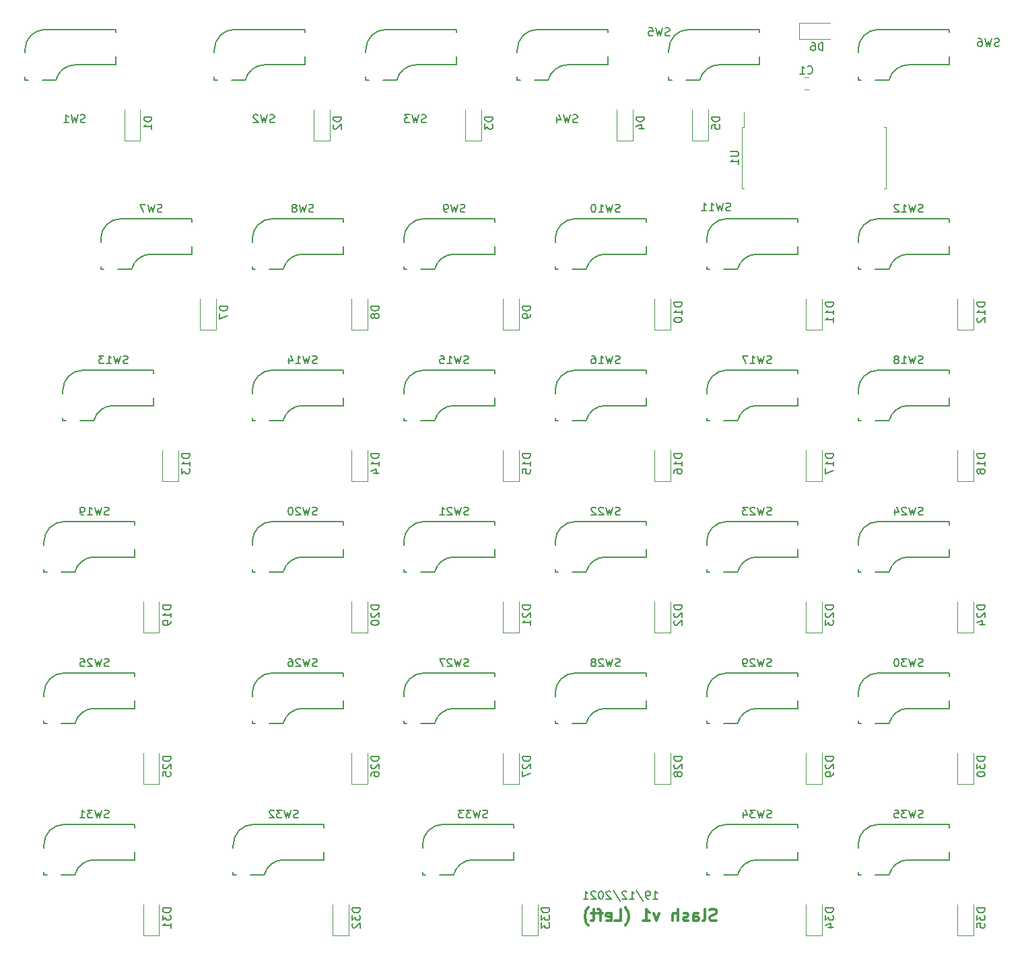
<source format=gbo>
G04 #@! TF.GenerationSoftware,KiCad,Pcbnew,5.1.12-1.fc34*
G04 #@! TF.CreationDate,2021-12-19T19:02:19+02:00*
G04 #@! TF.ProjectId,slash_left,736c6173-685f-46c6-9566-742e6b696361,rev?*
G04 #@! TF.SameCoordinates,Original*
G04 #@! TF.FileFunction,Legend,Bot*
G04 #@! TF.FilePolarity,Positive*
%FSLAX46Y46*%
G04 Gerber Fmt 4.6, Leading zero omitted, Abs format (unit mm)*
G04 Created by KiCad (PCBNEW 5.1.12-1.fc34) date 2021-12-19 19:02:19*
%MOMM*%
%LPD*%
G01*
G04 APERTURE LIST*
%ADD10C,0.150000*%
%ADD11C,0.300000*%
%ADD12C,0.120000*%
%ADD13R,2.550000X2.500000*%
%ADD14C,1.701800*%
%ADD15C,3.987800*%
%ADD16C,3.000000*%
%ADD17R,1.520000X1.520000*%
%ADD18C,2.500000*%
%ADD19C,1.520000*%
%ADD20R,1.200000X0.900000*%
%ADD21R,0.900000X1.200000*%
G04 APERTURE END LIST*
D10*
X110745238Y-135742380D02*
X111316666Y-135742380D01*
X111030952Y-135742380D02*
X111030952Y-134742380D01*
X111126190Y-134885238D01*
X111221428Y-134980476D01*
X111316666Y-135028095D01*
X110269047Y-135742380D02*
X110078571Y-135742380D01*
X109983333Y-135694761D01*
X109935714Y-135647142D01*
X109840476Y-135504285D01*
X109792857Y-135313809D01*
X109792857Y-134932857D01*
X109840476Y-134837619D01*
X109888095Y-134790000D01*
X109983333Y-134742380D01*
X110173809Y-134742380D01*
X110269047Y-134790000D01*
X110316666Y-134837619D01*
X110364285Y-134932857D01*
X110364285Y-135170952D01*
X110316666Y-135266190D01*
X110269047Y-135313809D01*
X110173809Y-135361428D01*
X109983333Y-135361428D01*
X109888095Y-135313809D01*
X109840476Y-135266190D01*
X109792857Y-135170952D01*
X108650000Y-134694761D02*
X109507142Y-135980476D01*
X107792857Y-135742380D02*
X108364285Y-135742380D01*
X108078571Y-135742380D02*
X108078571Y-134742380D01*
X108173809Y-134885238D01*
X108269047Y-134980476D01*
X108364285Y-135028095D01*
X107411904Y-134837619D02*
X107364285Y-134790000D01*
X107269047Y-134742380D01*
X107030952Y-134742380D01*
X106935714Y-134790000D01*
X106888095Y-134837619D01*
X106840476Y-134932857D01*
X106840476Y-135028095D01*
X106888095Y-135170952D01*
X107459523Y-135742380D01*
X106840476Y-135742380D01*
X105697619Y-134694761D02*
X106554761Y-135980476D01*
X105411904Y-134837619D02*
X105364285Y-134790000D01*
X105269047Y-134742380D01*
X105030952Y-134742380D01*
X104935714Y-134790000D01*
X104888095Y-134837619D01*
X104840476Y-134932857D01*
X104840476Y-135028095D01*
X104888095Y-135170952D01*
X105459523Y-135742380D01*
X104840476Y-135742380D01*
X104221428Y-134742380D02*
X104126190Y-134742380D01*
X104030952Y-134790000D01*
X103983333Y-134837619D01*
X103935714Y-134932857D01*
X103888095Y-135123333D01*
X103888095Y-135361428D01*
X103935714Y-135551904D01*
X103983333Y-135647142D01*
X104030952Y-135694761D01*
X104126190Y-135742380D01*
X104221428Y-135742380D01*
X104316666Y-135694761D01*
X104364285Y-135647142D01*
X104411904Y-135551904D01*
X104459523Y-135361428D01*
X104459523Y-135123333D01*
X104411904Y-134932857D01*
X104364285Y-134837619D01*
X104316666Y-134790000D01*
X104221428Y-134742380D01*
X103507142Y-134837619D02*
X103459523Y-134790000D01*
X103364285Y-134742380D01*
X103126190Y-134742380D01*
X103030952Y-134790000D01*
X102983333Y-134837619D01*
X102935714Y-134932857D01*
X102935714Y-135028095D01*
X102983333Y-135170952D01*
X103554761Y-135742380D01*
X102935714Y-135742380D01*
X101983333Y-135742380D02*
X102554761Y-135742380D01*
X102269047Y-135742380D02*
X102269047Y-134742380D01*
X102364285Y-134885238D01*
X102459523Y-134980476D01*
X102554761Y-135028095D01*
D11*
X118731428Y-138437142D02*
X118517142Y-138508571D01*
X118160000Y-138508571D01*
X118017142Y-138437142D01*
X117945714Y-138365714D01*
X117874285Y-138222857D01*
X117874285Y-138080000D01*
X117945714Y-137937142D01*
X118017142Y-137865714D01*
X118160000Y-137794285D01*
X118445714Y-137722857D01*
X118588571Y-137651428D01*
X118660000Y-137580000D01*
X118731428Y-137437142D01*
X118731428Y-137294285D01*
X118660000Y-137151428D01*
X118588571Y-137080000D01*
X118445714Y-137008571D01*
X118088571Y-137008571D01*
X117874285Y-137080000D01*
X117017142Y-138508571D02*
X117160000Y-138437142D01*
X117231428Y-138294285D01*
X117231428Y-137008571D01*
X115802857Y-138508571D02*
X115802857Y-137722857D01*
X115874285Y-137580000D01*
X116017142Y-137508571D01*
X116302857Y-137508571D01*
X116445714Y-137580000D01*
X115802857Y-138437142D02*
X115945714Y-138508571D01*
X116302857Y-138508571D01*
X116445714Y-138437142D01*
X116517142Y-138294285D01*
X116517142Y-138151428D01*
X116445714Y-138008571D01*
X116302857Y-137937142D01*
X115945714Y-137937142D01*
X115802857Y-137865714D01*
X115160000Y-138437142D02*
X115017142Y-138508571D01*
X114731428Y-138508571D01*
X114588571Y-138437142D01*
X114517142Y-138294285D01*
X114517142Y-138222857D01*
X114588571Y-138080000D01*
X114731428Y-138008571D01*
X114945714Y-138008571D01*
X115088571Y-137937142D01*
X115160000Y-137794285D01*
X115160000Y-137722857D01*
X115088571Y-137580000D01*
X114945714Y-137508571D01*
X114731428Y-137508571D01*
X114588571Y-137580000D01*
X113874285Y-138508571D02*
X113874285Y-137008571D01*
X113231428Y-138508571D02*
X113231428Y-137722857D01*
X113302857Y-137580000D01*
X113445714Y-137508571D01*
X113660000Y-137508571D01*
X113802857Y-137580000D01*
X113874285Y-137651428D01*
X111517142Y-137508571D02*
X111160000Y-138508571D01*
X110802857Y-137508571D01*
X109445714Y-138508571D02*
X110302857Y-138508571D01*
X109874285Y-138508571D02*
X109874285Y-137008571D01*
X110017142Y-137222857D01*
X110160000Y-137365714D01*
X110302857Y-137437142D01*
X107231428Y-139080000D02*
X107302857Y-139008571D01*
X107445714Y-138794285D01*
X107517142Y-138651428D01*
X107588571Y-138437142D01*
X107660000Y-138080000D01*
X107660000Y-137794285D01*
X107588571Y-137437142D01*
X107517142Y-137222857D01*
X107445714Y-137080000D01*
X107302857Y-136865714D01*
X107231428Y-136794285D01*
X105945714Y-138508571D02*
X106660000Y-138508571D01*
X106660000Y-137008571D01*
X104874285Y-138437142D02*
X105017142Y-138508571D01*
X105302857Y-138508571D01*
X105445714Y-138437142D01*
X105517142Y-138294285D01*
X105517142Y-137722857D01*
X105445714Y-137580000D01*
X105302857Y-137508571D01*
X105017142Y-137508571D01*
X104874285Y-137580000D01*
X104802857Y-137722857D01*
X104802857Y-137865714D01*
X105517142Y-138008571D01*
X104374285Y-137508571D02*
X103802857Y-137508571D01*
X104160000Y-138508571D02*
X104160000Y-137222857D01*
X104088571Y-137080000D01*
X103945714Y-137008571D01*
X103802857Y-137008571D01*
X103517142Y-137508571D02*
X102945714Y-137508571D01*
X103302857Y-137008571D02*
X103302857Y-138294285D01*
X103231428Y-138437142D01*
X103088571Y-138508571D01*
X102945714Y-138508571D01*
X102588571Y-139080000D02*
X102517142Y-139008571D01*
X102374285Y-138794285D01*
X102302857Y-138651428D01*
X102231428Y-138437142D01*
X102160000Y-138080000D01*
X102160000Y-137794285D01*
X102231428Y-137437142D01*
X102302857Y-137222857D01*
X102374285Y-137080000D01*
X102517142Y-136865714D01*
X102588571Y-136794285D01*
D10*
X109855000Y-88265000D02*
X109855000Y-88646000D01*
X100965000Y-88265000D02*
X109855000Y-88265000D01*
X98425000Y-90805000D02*
X98425000Y-91186000D01*
X98806000Y-94615000D02*
X98425000Y-94615000D01*
X102310838Y-94615000D02*
X100584000Y-94615000D01*
X109855000Y-92710000D02*
X104775000Y-92710000D01*
X109855000Y-91694000D02*
X109855000Y-92710000D01*
X98425000Y-94234000D02*
X98425000Y-94615000D01*
X102310838Y-94633960D02*
G75*
G02*
X104775000Y-92710000I2464162J-616040D01*
G01*
X98425000Y-90805000D02*
G75*
G02*
X100965000Y-88265000I2540000J0D01*
G01*
D12*
X122125000Y-38620000D02*
X122125000Y-36805000D01*
X121880000Y-38620000D02*
X122125000Y-38620000D01*
X121880000Y-42480000D02*
X121880000Y-38620000D01*
X121880000Y-46340000D02*
X122125000Y-46340000D01*
X121880000Y-42480000D02*
X121880000Y-46340000D01*
X140000000Y-38620000D02*
X139755000Y-38620000D01*
X140000000Y-42480000D02*
X140000000Y-38620000D01*
X140000000Y-46340000D02*
X139755000Y-46340000D01*
X140000000Y-42480000D02*
X140000000Y-46340000D01*
D10*
X147955000Y-126365000D02*
X147955000Y-126746000D01*
X139065000Y-126365000D02*
X147955000Y-126365000D01*
X136525000Y-128905000D02*
X136525000Y-129286000D01*
X136906000Y-132715000D02*
X136525000Y-132715000D01*
X140410838Y-132715000D02*
X138684000Y-132715000D01*
X147955000Y-130810000D02*
X142875000Y-130810000D01*
X147955000Y-129794000D02*
X147955000Y-130810000D01*
X136525000Y-132334000D02*
X136525000Y-132715000D01*
X140410838Y-132733960D02*
G75*
G02*
X142875000Y-130810000I2464162J-616040D01*
G01*
X136525000Y-128905000D02*
G75*
G02*
X139065000Y-126365000I2540000J0D01*
G01*
X128905000Y-126365000D02*
X128905000Y-126746000D01*
X120015000Y-126365000D02*
X128905000Y-126365000D01*
X117475000Y-128905000D02*
X117475000Y-129286000D01*
X117856000Y-132715000D02*
X117475000Y-132715000D01*
X121360838Y-132715000D02*
X119634000Y-132715000D01*
X128905000Y-130810000D02*
X123825000Y-130810000D01*
X128905000Y-129794000D02*
X128905000Y-130810000D01*
X117475000Y-132334000D02*
X117475000Y-132715000D01*
X121360838Y-132733960D02*
G75*
G02*
X123825000Y-130810000I2464162J-616040D01*
G01*
X117475000Y-128905000D02*
G75*
G02*
X120015000Y-126365000I2540000J0D01*
G01*
X93186250Y-126365000D02*
X93186250Y-126746000D01*
X84296250Y-126365000D02*
X93186250Y-126365000D01*
X81756250Y-128905000D02*
X81756250Y-129286000D01*
X82137250Y-132715000D02*
X81756250Y-132715000D01*
X85642088Y-132715000D02*
X83915250Y-132715000D01*
X93186250Y-130810000D02*
X88106250Y-130810000D01*
X93186250Y-129794000D02*
X93186250Y-130810000D01*
X81756250Y-132334000D02*
X81756250Y-132715000D01*
X85642088Y-132733960D02*
G75*
G02*
X88106250Y-130810000I2464162J-616040D01*
G01*
X81756250Y-128905000D02*
G75*
G02*
X84296250Y-126365000I2540000J0D01*
G01*
X69373750Y-126365000D02*
X69373750Y-126746000D01*
X60483750Y-126365000D02*
X69373750Y-126365000D01*
X57943750Y-128905000D02*
X57943750Y-129286000D01*
X58324750Y-132715000D02*
X57943750Y-132715000D01*
X61829588Y-132715000D02*
X60102750Y-132715000D01*
X69373750Y-130810000D02*
X64293750Y-130810000D01*
X69373750Y-129794000D02*
X69373750Y-130810000D01*
X57943750Y-132334000D02*
X57943750Y-132715000D01*
X61829588Y-132733960D02*
G75*
G02*
X64293750Y-130810000I2464162J-616040D01*
G01*
X57943750Y-128905000D02*
G75*
G02*
X60483750Y-126365000I2540000J0D01*
G01*
X45561250Y-126365000D02*
X45561250Y-126746000D01*
X36671250Y-126365000D02*
X45561250Y-126365000D01*
X34131250Y-128905000D02*
X34131250Y-129286000D01*
X34512250Y-132715000D02*
X34131250Y-132715000D01*
X38017088Y-132715000D02*
X36290250Y-132715000D01*
X45561250Y-130810000D02*
X40481250Y-130810000D01*
X45561250Y-129794000D02*
X45561250Y-130810000D01*
X34131250Y-132334000D02*
X34131250Y-132715000D01*
X38017088Y-132733960D02*
G75*
G02*
X40481250Y-130810000I2464162J-616040D01*
G01*
X34131250Y-128905000D02*
G75*
G02*
X36671250Y-126365000I2540000J0D01*
G01*
X147955000Y-107315000D02*
X147955000Y-107696000D01*
X139065000Y-107315000D02*
X147955000Y-107315000D01*
X136525000Y-109855000D02*
X136525000Y-110236000D01*
X136906000Y-113665000D02*
X136525000Y-113665000D01*
X140410838Y-113665000D02*
X138684000Y-113665000D01*
X147955000Y-111760000D02*
X142875000Y-111760000D01*
X147955000Y-110744000D02*
X147955000Y-111760000D01*
X136525000Y-113284000D02*
X136525000Y-113665000D01*
X140410838Y-113683960D02*
G75*
G02*
X142875000Y-111760000I2464162J-616040D01*
G01*
X136525000Y-109855000D02*
G75*
G02*
X139065000Y-107315000I2540000J0D01*
G01*
X128905000Y-107315000D02*
X128905000Y-107696000D01*
X120015000Y-107315000D02*
X128905000Y-107315000D01*
X117475000Y-109855000D02*
X117475000Y-110236000D01*
X117856000Y-113665000D02*
X117475000Y-113665000D01*
X121360838Y-113665000D02*
X119634000Y-113665000D01*
X128905000Y-111760000D02*
X123825000Y-111760000D01*
X128905000Y-110744000D02*
X128905000Y-111760000D01*
X117475000Y-113284000D02*
X117475000Y-113665000D01*
X121360838Y-113683960D02*
G75*
G02*
X123825000Y-111760000I2464162J-616040D01*
G01*
X117475000Y-109855000D02*
G75*
G02*
X120015000Y-107315000I2540000J0D01*
G01*
X109855000Y-107315000D02*
X109855000Y-107696000D01*
X100965000Y-107315000D02*
X109855000Y-107315000D01*
X98425000Y-109855000D02*
X98425000Y-110236000D01*
X98806000Y-113665000D02*
X98425000Y-113665000D01*
X102310838Y-113665000D02*
X100584000Y-113665000D01*
X109855000Y-111760000D02*
X104775000Y-111760000D01*
X109855000Y-110744000D02*
X109855000Y-111760000D01*
X98425000Y-113284000D02*
X98425000Y-113665000D01*
X102310838Y-113683960D02*
G75*
G02*
X104775000Y-111760000I2464162J-616040D01*
G01*
X98425000Y-109855000D02*
G75*
G02*
X100965000Y-107315000I2540000J0D01*
G01*
X90805000Y-107315000D02*
X90805000Y-107696000D01*
X81915000Y-107315000D02*
X90805000Y-107315000D01*
X79375000Y-109855000D02*
X79375000Y-110236000D01*
X79756000Y-113665000D02*
X79375000Y-113665000D01*
X83260838Y-113665000D02*
X81534000Y-113665000D01*
X90805000Y-111760000D02*
X85725000Y-111760000D01*
X90805000Y-110744000D02*
X90805000Y-111760000D01*
X79375000Y-113284000D02*
X79375000Y-113665000D01*
X83260838Y-113683960D02*
G75*
G02*
X85725000Y-111760000I2464162J-616040D01*
G01*
X79375000Y-109855000D02*
G75*
G02*
X81915000Y-107315000I2540000J0D01*
G01*
X71755000Y-107315000D02*
X71755000Y-107696000D01*
X62865000Y-107315000D02*
X71755000Y-107315000D01*
X60325000Y-109855000D02*
X60325000Y-110236000D01*
X60706000Y-113665000D02*
X60325000Y-113665000D01*
X64210838Y-113665000D02*
X62484000Y-113665000D01*
X71755000Y-111760000D02*
X66675000Y-111760000D01*
X71755000Y-110744000D02*
X71755000Y-111760000D01*
X60325000Y-113284000D02*
X60325000Y-113665000D01*
X64210838Y-113683960D02*
G75*
G02*
X66675000Y-111760000I2464162J-616040D01*
G01*
X60325000Y-109855000D02*
G75*
G02*
X62865000Y-107315000I2540000J0D01*
G01*
X45561250Y-107315000D02*
X45561250Y-107696000D01*
X36671250Y-107315000D02*
X45561250Y-107315000D01*
X34131250Y-109855000D02*
X34131250Y-110236000D01*
X34512250Y-113665000D02*
X34131250Y-113665000D01*
X38017088Y-113665000D02*
X36290250Y-113665000D01*
X45561250Y-111760000D02*
X40481250Y-111760000D01*
X45561250Y-110744000D02*
X45561250Y-111760000D01*
X34131250Y-113284000D02*
X34131250Y-113665000D01*
X38017088Y-113683960D02*
G75*
G02*
X40481250Y-111760000I2464162J-616040D01*
G01*
X34131250Y-109855000D02*
G75*
G02*
X36671250Y-107315000I2540000J0D01*
G01*
X147955000Y-88265000D02*
X147955000Y-88646000D01*
X139065000Y-88265000D02*
X147955000Y-88265000D01*
X136525000Y-90805000D02*
X136525000Y-91186000D01*
X136906000Y-94615000D02*
X136525000Y-94615000D01*
X140410838Y-94615000D02*
X138684000Y-94615000D01*
X147955000Y-92710000D02*
X142875000Y-92710000D01*
X147955000Y-91694000D02*
X147955000Y-92710000D01*
X136525000Y-94234000D02*
X136525000Y-94615000D01*
X140410838Y-94633960D02*
G75*
G02*
X142875000Y-92710000I2464162J-616040D01*
G01*
X136525000Y-90805000D02*
G75*
G02*
X139065000Y-88265000I2540000J0D01*
G01*
X128905000Y-88265000D02*
X128905000Y-88646000D01*
X120015000Y-88265000D02*
X128905000Y-88265000D01*
X117475000Y-90805000D02*
X117475000Y-91186000D01*
X117856000Y-94615000D02*
X117475000Y-94615000D01*
X121360838Y-94615000D02*
X119634000Y-94615000D01*
X128905000Y-92710000D02*
X123825000Y-92710000D01*
X128905000Y-91694000D02*
X128905000Y-92710000D01*
X117475000Y-94234000D02*
X117475000Y-94615000D01*
X121360838Y-94633960D02*
G75*
G02*
X123825000Y-92710000I2464162J-616040D01*
G01*
X117475000Y-90805000D02*
G75*
G02*
X120015000Y-88265000I2540000J0D01*
G01*
X90805000Y-88265000D02*
X90805000Y-88646000D01*
X81915000Y-88265000D02*
X90805000Y-88265000D01*
X79375000Y-90805000D02*
X79375000Y-91186000D01*
X79756000Y-94615000D02*
X79375000Y-94615000D01*
X83260838Y-94615000D02*
X81534000Y-94615000D01*
X90805000Y-92710000D02*
X85725000Y-92710000D01*
X90805000Y-91694000D02*
X90805000Y-92710000D01*
X79375000Y-94234000D02*
X79375000Y-94615000D01*
X83260838Y-94633960D02*
G75*
G02*
X85725000Y-92710000I2464162J-616040D01*
G01*
X79375000Y-90805000D02*
G75*
G02*
X81915000Y-88265000I2540000J0D01*
G01*
X71755000Y-88265000D02*
X71755000Y-88646000D01*
X62865000Y-88265000D02*
X71755000Y-88265000D01*
X60325000Y-90805000D02*
X60325000Y-91186000D01*
X60706000Y-94615000D02*
X60325000Y-94615000D01*
X64210838Y-94615000D02*
X62484000Y-94615000D01*
X71755000Y-92710000D02*
X66675000Y-92710000D01*
X71755000Y-91694000D02*
X71755000Y-92710000D01*
X60325000Y-94234000D02*
X60325000Y-94615000D01*
X64210838Y-94633960D02*
G75*
G02*
X66675000Y-92710000I2464162J-616040D01*
G01*
X60325000Y-90805000D02*
G75*
G02*
X62865000Y-88265000I2540000J0D01*
G01*
X45561250Y-88265000D02*
X45561250Y-88646000D01*
X36671250Y-88265000D02*
X45561250Y-88265000D01*
X34131250Y-90805000D02*
X34131250Y-91186000D01*
X34512250Y-94615000D02*
X34131250Y-94615000D01*
X38017088Y-94615000D02*
X36290250Y-94615000D01*
X45561250Y-92710000D02*
X40481250Y-92710000D01*
X45561250Y-91694000D02*
X45561250Y-92710000D01*
X34131250Y-94234000D02*
X34131250Y-94615000D01*
X38017088Y-94633960D02*
G75*
G02*
X40481250Y-92710000I2464162J-616040D01*
G01*
X34131250Y-90805000D02*
G75*
G02*
X36671250Y-88265000I2540000J0D01*
G01*
X147955000Y-69215000D02*
X147955000Y-69596000D01*
X139065000Y-69215000D02*
X147955000Y-69215000D01*
X136525000Y-71755000D02*
X136525000Y-72136000D01*
X136906000Y-75565000D02*
X136525000Y-75565000D01*
X140410838Y-75565000D02*
X138684000Y-75565000D01*
X147955000Y-73660000D02*
X142875000Y-73660000D01*
X147955000Y-72644000D02*
X147955000Y-73660000D01*
X136525000Y-75184000D02*
X136525000Y-75565000D01*
X140410838Y-75583960D02*
G75*
G02*
X142875000Y-73660000I2464162J-616040D01*
G01*
X136525000Y-71755000D02*
G75*
G02*
X139065000Y-69215000I2540000J0D01*
G01*
X128905000Y-69215000D02*
X128905000Y-69596000D01*
X120015000Y-69215000D02*
X128905000Y-69215000D01*
X117475000Y-71755000D02*
X117475000Y-72136000D01*
X117856000Y-75565000D02*
X117475000Y-75565000D01*
X121360838Y-75565000D02*
X119634000Y-75565000D01*
X128905000Y-73660000D02*
X123825000Y-73660000D01*
X128905000Y-72644000D02*
X128905000Y-73660000D01*
X117475000Y-75184000D02*
X117475000Y-75565000D01*
X121360838Y-75583960D02*
G75*
G02*
X123825000Y-73660000I2464162J-616040D01*
G01*
X117475000Y-71755000D02*
G75*
G02*
X120015000Y-69215000I2540000J0D01*
G01*
X109855000Y-69215000D02*
X109855000Y-69596000D01*
X100965000Y-69215000D02*
X109855000Y-69215000D01*
X98425000Y-71755000D02*
X98425000Y-72136000D01*
X98806000Y-75565000D02*
X98425000Y-75565000D01*
X102310838Y-75565000D02*
X100584000Y-75565000D01*
X109855000Y-73660000D02*
X104775000Y-73660000D01*
X109855000Y-72644000D02*
X109855000Y-73660000D01*
X98425000Y-75184000D02*
X98425000Y-75565000D01*
X102310838Y-75583960D02*
G75*
G02*
X104775000Y-73660000I2464162J-616040D01*
G01*
X98425000Y-71755000D02*
G75*
G02*
X100965000Y-69215000I2540000J0D01*
G01*
X90805000Y-69215000D02*
X90805000Y-69596000D01*
X81915000Y-69215000D02*
X90805000Y-69215000D01*
X79375000Y-71755000D02*
X79375000Y-72136000D01*
X79756000Y-75565000D02*
X79375000Y-75565000D01*
X83260838Y-75565000D02*
X81534000Y-75565000D01*
X90805000Y-73660000D02*
X85725000Y-73660000D01*
X90805000Y-72644000D02*
X90805000Y-73660000D01*
X79375000Y-75184000D02*
X79375000Y-75565000D01*
X83260838Y-75583960D02*
G75*
G02*
X85725000Y-73660000I2464162J-616040D01*
G01*
X79375000Y-71755000D02*
G75*
G02*
X81915000Y-69215000I2540000J0D01*
G01*
X71755000Y-69215000D02*
X71755000Y-69596000D01*
X62865000Y-69215000D02*
X71755000Y-69215000D01*
X60325000Y-71755000D02*
X60325000Y-72136000D01*
X60706000Y-75565000D02*
X60325000Y-75565000D01*
X64210838Y-75565000D02*
X62484000Y-75565000D01*
X71755000Y-73660000D02*
X66675000Y-73660000D01*
X71755000Y-72644000D02*
X71755000Y-73660000D01*
X60325000Y-75184000D02*
X60325000Y-75565000D01*
X64210838Y-75583960D02*
G75*
G02*
X66675000Y-73660000I2464162J-616040D01*
G01*
X60325000Y-71755000D02*
G75*
G02*
X62865000Y-69215000I2540000J0D01*
G01*
X47942500Y-69215000D02*
X47942500Y-69596000D01*
X39052500Y-69215000D02*
X47942500Y-69215000D01*
X36512500Y-71755000D02*
X36512500Y-72136000D01*
X36893500Y-75565000D02*
X36512500Y-75565000D01*
X40398338Y-75565000D02*
X38671500Y-75565000D01*
X47942500Y-73660000D02*
X42862500Y-73660000D01*
X47942500Y-72644000D02*
X47942500Y-73660000D01*
X36512500Y-75184000D02*
X36512500Y-75565000D01*
X40398338Y-75583960D02*
G75*
G02*
X42862500Y-73660000I2464162J-616040D01*
G01*
X36512500Y-71755000D02*
G75*
G02*
X39052500Y-69215000I2540000J0D01*
G01*
X147955000Y-50165000D02*
X147955000Y-50546000D01*
X139065000Y-50165000D02*
X147955000Y-50165000D01*
X136525000Y-52705000D02*
X136525000Y-53086000D01*
X136906000Y-56515000D02*
X136525000Y-56515000D01*
X140410838Y-56515000D02*
X138684000Y-56515000D01*
X147955000Y-54610000D02*
X142875000Y-54610000D01*
X147955000Y-53594000D02*
X147955000Y-54610000D01*
X136525000Y-56134000D02*
X136525000Y-56515000D01*
X140410838Y-56533960D02*
G75*
G02*
X142875000Y-54610000I2464162J-616040D01*
G01*
X136525000Y-52705000D02*
G75*
G02*
X139065000Y-50165000I2540000J0D01*
G01*
X128905000Y-50165000D02*
X128905000Y-50546000D01*
X120015000Y-50165000D02*
X128905000Y-50165000D01*
X117475000Y-52705000D02*
X117475000Y-53086000D01*
X117856000Y-56515000D02*
X117475000Y-56515000D01*
X121360838Y-56515000D02*
X119634000Y-56515000D01*
X128905000Y-54610000D02*
X123825000Y-54610000D01*
X128905000Y-53594000D02*
X128905000Y-54610000D01*
X117475000Y-56134000D02*
X117475000Y-56515000D01*
X121360838Y-56533960D02*
G75*
G02*
X123825000Y-54610000I2464162J-616040D01*
G01*
X117475000Y-52705000D02*
G75*
G02*
X120015000Y-50165000I2540000J0D01*
G01*
X109855000Y-50165000D02*
X109855000Y-50546000D01*
X100965000Y-50165000D02*
X109855000Y-50165000D01*
X98425000Y-52705000D02*
X98425000Y-53086000D01*
X98806000Y-56515000D02*
X98425000Y-56515000D01*
X102310838Y-56515000D02*
X100584000Y-56515000D01*
X109855000Y-54610000D02*
X104775000Y-54610000D01*
X109855000Y-53594000D02*
X109855000Y-54610000D01*
X98425000Y-56134000D02*
X98425000Y-56515000D01*
X102310838Y-56533960D02*
G75*
G02*
X104775000Y-54610000I2464162J-616040D01*
G01*
X98425000Y-52705000D02*
G75*
G02*
X100965000Y-50165000I2540000J0D01*
G01*
X90805000Y-50165000D02*
X90805000Y-50546000D01*
X81915000Y-50165000D02*
X90805000Y-50165000D01*
X79375000Y-52705000D02*
X79375000Y-53086000D01*
X79756000Y-56515000D02*
X79375000Y-56515000D01*
X83260838Y-56515000D02*
X81534000Y-56515000D01*
X90805000Y-54610000D02*
X85725000Y-54610000D01*
X90805000Y-53594000D02*
X90805000Y-54610000D01*
X79375000Y-56134000D02*
X79375000Y-56515000D01*
X83260838Y-56533960D02*
G75*
G02*
X85725000Y-54610000I2464162J-616040D01*
G01*
X79375000Y-52705000D02*
G75*
G02*
X81915000Y-50165000I2540000J0D01*
G01*
X71755000Y-50165000D02*
X71755000Y-50546000D01*
X62865000Y-50165000D02*
X71755000Y-50165000D01*
X60325000Y-52705000D02*
X60325000Y-53086000D01*
X60706000Y-56515000D02*
X60325000Y-56515000D01*
X64210838Y-56515000D02*
X62484000Y-56515000D01*
X71755000Y-54610000D02*
X66675000Y-54610000D01*
X71755000Y-53594000D02*
X71755000Y-54610000D01*
X60325000Y-56134000D02*
X60325000Y-56515000D01*
X64210838Y-56533960D02*
G75*
G02*
X66675000Y-54610000I2464162J-616040D01*
G01*
X60325000Y-52705000D02*
G75*
G02*
X62865000Y-50165000I2540000J0D01*
G01*
X52705000Y-50165000D02*
X52705000Y-50546000D01*
X43815000Y-50165000D02*
X52705000Y-50165000D01*
X41275000Y-52705000D02*
X41275000Y-53086000D01*
X41656000Y-56515000D02*
X41275000Y-56515000D01*
X45160838Y-56515000D02*
X43434000Y-56515000D01*
X52705000Y-54610000D02*
X47625000Y-54610000D01*
X52705000Y-53594000D02*
X52705000Y-54610000D01*
X41275000Y-56134000D02*
X41275000Y-56515000D01*
X45160838Y-56533960D02*
G75*
G02*
X47625000Y-54610000I2464162J-616040D01*
G01*
X41275000Y-52705000D02*
G75*
G02*
X43815000Y-50165000I2540000J0D01*
G01*
X147955000Y-26352500D02*
X147955000Y-26733500D01*
X139065000Y-26352500D02*
X147955000Y-26352500D01*
X136525000Y-28892500D02*
X136525000Y-29273500D01*
X136906000Y-32702500D02*
X136525000Y-32702500D01*
X140410838Y-32702500D02*
X138684000Y-32702500D01*
X147955000Y-30797500D02*
X142875000Y-30797500D01*
X147955000Y-29781500D02*
X147955000Y-30797500D01*
X136525000Y-32321500D02*
X136525000Y-32702500D01*
X140410838Y-32721460D02*
G75*
G02*
X142875000Y-30797500I2464162J-616040D01*
G01*
X136525000Y-28892500D02*
G75*
G02*
X139065000Y-26352500I2540000J0D01*
G01*
X124142500Y-26352500D02*
X124142500Y-26733500D01*
X115252500Y-26352500D02*
X124142500Y-26352500D01*
X112712500Y-28892500D02*
X112712500Y-29273500D01*
X113093500Y-32702500D02*
X112712500Y-32702500D01*
X116598338Y-32702500D02*
X114871500Y-32702500D01*
X124142500Y-30797500D02*
X119062500Y-30797500D01*
X124142500Y-29781500D02*
X124142500Y-30797500D01*
X112712500Y-32321500D02*
X112712500Y-32702500D01*
X116598338Y-32721460D02*
G75*
G02*
X119062500Y-30797500I2464162J-616040D01*
G01*
X112712500Y-28892500D02*
G75*
G02*
X115252500Y-26352500I2540000J0D01*
G01*
X105092500Y-26352500D02*
X105092500Y-26733500D01*
X96202500Y-26352500D02*
X105092500Y-26352500D01*
X93662500Y-28892500D02*
X93662500Y-29273500D01*
X94043500Y-32702500D02*
X93662500Y-32702500D01*
X97548338Y-32702500D02*
X95821500Y-32702500D01*
X105092500Y-30797500D02*
X100012500Y-30797500D01*
X105092500Y-29781500D02*
X105092500Y-30797500D01*
X93662500Y-32321500D02*
X93662500Y-32702500D01*
X97548338Y-32721460D02*
G75*
G02*
X100012500Y-30797500I2464162J-616040D01*
G01*
X93662500Y-28892500D02*
G75*
G02*
X96202500Y-26352500I2540000J0D01*
G01*
X86042500Y-26352500D02*
X86042500Y-26733500D01*
X77152500Y-26352500D02*
X86042500Y-26352500D01*
X74612500Y-28892500D02*
X74612500Y-29273500D01*
X74993500Y-32702500D02*
X74612500Y-32702500D01*
X78498338Y-32702500D02*
X76771500Y-32702500D01*
X86042500Y-30797500D02*
X80962500Y-30797500D01*
X86042500Y-29781500D02*
X86042500Y-30797500D01*
X74612500Y-32321500D02*
X74612500Y-32702500D01*
X78498338Y-32721460D02*
G75*
G02*
X80962500Y-30797500I2464162J-616040D01*
G01*
X74612500Y-28892500D02*
G75*
G02*
X77152500Y-26352500I2540000J0D01*
G01*
X66992500Y-26352500D02*
X66992500Y-26733500D01*
X58102500Y-26352500D02*
X66992500Y-26352500D01*
X55562500Y-28892500D02*
X55562500Y-29273500D01*
X55943500Y-32702500D02*
X55562500Y-32702500D01*
X59448338Y-32702500D02*
X57721500Y-32702500D01*
X66992500Y-30797500D02*
X61912500Y-30797500D01*
X66992500Y-29781500D02*
X66992500Y-30797500D01*
X55562500Y-32321500D02*
X55562500Y-32702500D01*
X59448338Y-32721460D02*
G75*
G02*
X61912500Y-30797500I2464162J-616040D01*
G01*
X55562500Y-28892500D02*
G75*
G02*
X58102500Y-26352500I2540000J0D01*
G01*
X43180000Y-26352500D02*
X43180000Y-26733500D01*
X34290000Y-26352500D02*
X43180000Y-26352500D01*
X31750000Y-28892500D02*
X31750000Y-29273500D01*
X32131000Y-32702500D02*
X31750000Y-32702500D01*
X35635838Y-32702500D02*
X33909000Y-32702500D01*
X43180000Y-30797500D02*
X38100000Y-30797500D01*
X43180000Y-29781500D02*
X43180000Y-30797500D01*
X31750000Y-32321500D02*
X31750000Y-32702500D01*
X35635838Y-32721460D02*
G75*
G02*
X38100000Y-30797500I2464162J-616040D01*
G01*
X31750000Y-28892500D02*
G75*
G02*
X34290000Y-26352500I2540000J0D01*
G01*
D12*
X151018750Y-140362500D02*
X151018750Y-136462500D01*
X149018750Y-140362500D02*
X149018750Y-136462500D01*
X151018750Y-140362500D02*
X149018750Y-140362500D01*
X131968750Y-140362500D02*
X131968750Y-136462500D01*
X129968750Y-140362500D02*
X129968750Y-136462500D01*
X131968750Y-140362500D02*
X129968750Y-140362500D01*
X96250000Y-140362500D02*
X96250000Y-136462500D01*
X94250000Y-140362500D02*
X94250000Y-136462500D01*
X96250000Y-140362500D02*
X94250000Y-140362500D01*
X72437500Y-140362500D02*
X72437500Y-136462500D01*
X70437500Y-140362500D02*
X70437500Y-136462500D01*
X72437500Y-140362500D02*
X70437500Y-140362500D01*
X48625000Y-140362500D02*
X48625000Y-136462500D01*
X46625000Y-140362500D02*
X46625000Y-136462500D01*
X48625000Y-140362500D02*
X46625000Y-140362500D01*
X151018750Y-121312500D02*
X151018750Y-117412500D01*
X149018750Y-121312500D02*
X149018750Y-117412500D01*
X151018750Y-121312500D02*
X149018750Y-121312500D01*
X131968750Y-121312500D02*
X131968750Y-117412500D01*
X129968750Y-121312500D02*
X129968750Y-117412500D01*
X131968750Y-121312500D02*
X129968750Y-121312500D01*
X112918750Y-121312500D02*
X112918750Y-117412500D01*
X110918750Y-121312500D02*
X110918750Y-117412500D01*
X112918750Y-121312500D02*
X110918750Y-121312500D01*
X93868750Y-121312500D02*
X93868750Y-117412500D01*
X91868750Y-121312500D02*
X91868750Y-117412500D01*
X93868750Y-121312500D02*
X91868750Y-121312500D01*
X74818750Y-121312500D02*
X74818750Y-117412500D01*
X72818750Y-121312500D02*
X72818750Y-117412500D01*
X74818750Y-121312500D02*
X72818750Y-121312500D01*
X48625000Y-121312500D02*
X48625000Y-117412500D01*
X46625000Y-121312500D02*
X46625000Y-117412500D01*
X48625000Y-121312500D02*
X46625000Y-121312500D01*
X151018750Y-102262500D02*
X151018750Y-98362500D01*
X149018750Y-102262500D02*
X149018750Y-98362500D01*
X151018750Y-102262500D02*
X149018750Y-102262500D01*
X131968750Y-102262500D02*
X131968750Y-98362500D01*
X129968750Y-102262500D02*
X129968750Y-98362500D01*
X131968750Y-102262500D02*
X129968750Y-102262500D01*
X112918750Y-102262500D02*
X112918750Y-98362500D01*
X110918750Y-102262500D02*
X110918750Y-98362500D01*
X112918750Y-102262500D02*
X110918750Y-102262500D01*
X93868750Y-102262500D02*
X93868750Y-98362500D01*
X91868750Y-102262500D02*
X91868750Y-98362500D01*
X93868750Y-102262500D02*
X91868750Y-102262500D01*
X74818750Y-102262500D02*
X74818750Y-98362500D01*
X72818750Y-102262500D02*
X72818750Y-98362500D01*
X74818750Y-102262500D02*
X72818750Y-102262500D01*
X48625000Y-102262500D02*
X48625000Y-98362500D01*
X46625000Y-102262500D02*
X46625000Y-98362500D01*
X48625000Y-102262500D02*
X46625000Y-102262500D01*
X151018750Y-83212500D02*
X151018750Y-79312500D01*
X149018750Y-83212500D02*
X149018750Y-79312500D01*
X151018750Y-83212500D02*
X149018750Y-83212500D01*
X131968750Y-83212500D02*
X131968750Y-79312500D01*
X129968750Y-83212500D02*
X129968750Y-79312500D01*
X131968750Y-83212500D02*
X129968750Y-83212500D01*
X112918750Y-83212500D02*
X112918750Y-79312500D01*
X110918750Y-83212500D02*
X110918750Y-79312500D01*
X112918750Y-83212500D02*
X110918750Y-83212500D01*
X93868750Y-83212500D02*
X93868750Y-79312500D01*
X91868750Y-83212500D02*
X91868750Y-79312500D01*
X93868750Y-83212500D02*
X91868750Y-83212500D01*
X74818750Y-83212500D02*
X74818750Y-79312500D01*
X72818750Y-83212500D02*
X72818750Y-79312500D01*
X74818750Y-83212500D02*
X72818750Y-83212500D01*
X51006250Y-83212500D02*
X51006250Y-79312500D01*
X49006250Y-83212500D02*
X49006250Y-79312500D01*
X51006250Y-83212500D02*
X49006250Y-83212500D01*
X151018750Y-64162500D02*
X151018750Y-60262500D01*
X149018750Y-64162500D02*
X149018750Y-60262500D01*
X151018750Y-64162500D02*
X149018750Y-64162500D01*
X131968750Y-64162500D02*
X131968750Y-60262500D01*
X129968750Y-64162500D02*
X129968750Y-60262500D01*
X131968750Y-64162500D02*
X129968750Y-64162500D01*
X112918750Y-64162500D02*
X112918750Y-60262500D01*
X110918750Y-64162500D02*
X110918750Y-60262500D01*
X112918750Y-64162500D02*
X110918750Y-64162500D01*
X93868750Y-64162500D02*
X93868750Y-60262500D01*
X91868750Y-64162500D02*
X91868750Y-60262500D01*
X93868750Y-64162500D02*
X91868750Y-64162500D01*
X74818750Y-64162500D02*
X74818750Y-60262500D01*
X72818750Y-64162500D02*
X72818750Y-60262500D01*
X74818750Y-64162500D02*
X72818750Y-64162500D01*
X55768750Y-64162500D02*
X55768750Y-60262500D01*
X53768750Y-64162500D02*
X53768750Y-60262500D01*
X55768750Y-64162500D02*
X53768750Y-64162500D01*
X129120000Y-27530000D02*
X133020000Y-27530000D01*
X129120000Y-25530000D02*
X133020000Y-25530000D01*
X129120000Y-27530000D02*
X129120000Y-25530000D01*
X117681250Y-40350000D02*
X117681250Y-36450000D01*
X115681250Y-40350000D02*
X115681250Y-36450000D01*
X117681250Y-40350000D02*
X115681250Y-40350000D01*
X108156250Y-40350000D02*
X108156250Y-36450000D01*
X106156250Y-40350000D02*
X106156250Y-36450000D01*
X108156250Y-40350000D02*
X106156250Y-40350000D01*
X89106250Y-40350000D02*
X89106250Y-36450000D01*
X87106250Y-40350000D02*
X87106250Y-36450000D01*
X89106250Y-40350000D02*
X87106250Y-40350000D01*
X70056250Y-40350000D02*
X70056250Y-36450000D01*
X68056250Y-40350000D02*
X68056250Y-36450000D01*
X70056250Y-40350000D02*
X68056250Y-40350000D01*
X46243750Y-40350000D02*
X46243750Y-36450000D01*
X44243750Y-40350000D02*
X44243750Y-36450000D01*
X46243750Y-40350000D02*
X44243750Y-40350000D01*
X130271252Y-33895000D02*
X129748748Y-33895000D01*
X130271252Y-32425000D02*
X129748748Y-32425000D01*
D10*
X106584523Y-87399761D02*
X106441666Y-87447380D01*
X106203571Y-87447380D01*
X106108333Y-87399761D01*
X106060714Y-87352142D01*
X106013095Y-87256904D01*
X106013095Y-87161666D01*
X106060714Y-87066428D01*
X106108333Y-87018809D01*
X106203571Y-86971190D01*
X106394047Y-86923571D01*
X106489285Y-86875952D01*
X106536904Y-86828333D01*
X106584523Y-86733095D01*
X106584523Y-86637857D01*
X106536904Y-86542619D01*
X106489285Y-86495000D01*
X106394047Y-86447380D01*
X106155952Y-86447380D01*
X106013095Y-86495000D01*
X105679761Y-86447380D02*
X105441666Y-87447380D01*
X105251190Y-86733095D01*
X105060714Y-87447380D01*
X104822619Y-86447380D01*
X104489285Y-86542619D02*
X104441666Y-86495000D01*
X104346428Y-86447380D01*
X104108333Y-86447380D01*
X104013095Y-86495000D01*
X103965476Y-86542619D01*
X103917857Y-86637857D01*
X103917857Y-86733095D01*
X103965476Y-86875952D01*
X104536904Y-87447380D01*
X103917857Y-87447380D01*
X103536904Y-86542619D02*
X103489285Y-86495000D01*
X103394047Y-86447380D01*
X103155952Y-86447380D01*
X103060714Y-86495000D01*
X103013095Y-86542619D01*
X102965476Y-86637857D01*
X102965476Y-86733095D01*
X103013095Y-86875952D01*
X103584523Y-87447380D01*
X102965476Y-87447380D01*
X120492380Y-41718095D02*
X121301904Y-41718095D01*
X121397142Y-41765714D01*
X121444761Y-41813333D01*
X121492380Y-41908571D01*
X121492380Y-42099047D01*
X121444761Y-42194285D01*
X121397142Y-42241904D01*
X121301904Y-42289523D01*
X120492380Y-42289523D01*
X121492380Y-43289523D02*
X121492380Y-42718095D01*
X121492380Y-43003809D02*
X120492380Y-43003809D01*
X120635238Y-42908571D01*
X120730476Y-42813333D01*
X120778095Y-42718095D01*
X144684523Y-125499761D02*
X144541666Y-125547380D01*
X144303571Y-125547380D01*
X144208333Y-125499761D01*
X144160714Y-125452142D01*
X144113095Y-125356904D01*
X144113095Y-125261666D01*
X144160714Y-125166428D01*
X144208333Y-125118809D01*
X144303571Y-125071190D01*
X144494047Y-125023571D01*
X144589285Y-124975952D01*
X144636904Y-124928333D01*
X144684523Y-124833095D01*
X144684523Y-124737857D01*
X144636904Y-124642619D01*
X144589285Y-124595000D01*
X144494047Y-124547380D01*
X144255952Y-124547380D01*
X144113095Y-124595000D01*
X143779761Y-124547380D02*
X143541666Y-125547380D01*
X143351190Y-124833095D01*
X143160714Y-125547380D01*
X142922619Y-124547380D01*
X142636904Y-124547380D02*
X142017857Y-124547380D01*
X142351190Y-124928333D01*
X142208333Y-124928333D01*
X142113095Y-124975952D01*
X142065476Y-125023571D01*
X142017857Y-125118809D01*
X142017857Y-125356904D01*
X142065476Y-125452142D01*
X142113095Y-125499761D01*
X142208333Y-125547380D01*
X142494047Y-125547380D01*
X142589285Y-125499761D01*
X142636904Y-125452142D01*
X141113095Y-124547380D02*
X141589285Y-124547380D01*
X141636904Y-125023571D01*
X141589285Y-124975952D01*
X141494047Y-124928333D01*
X141255952Y-124928333D01*
X141160714Y-124975952D01*
X141113095Y-125023571D01*
X141065476Y-125118809D01*
X141065476Y-125356904D01*
X141113095Y-125452142D01*
X141160714Y-125499761D01*
X141255952Y-125547380D01*
X141494047Y-125547380D01*
X141589285Y-125499761D01*
X141636904Y-125452142D01*
X125634523Y-125499761D02*
X125491666Y-125547380D01*
X125253571Y-125547380D01*
X125158333Y-125499761D01*
X125110714Y-125452142D01*
X125063095Y-125356904D01*
X125063095Y-125261666D01*
X125110714Y-125166428D01*
X125158333Y-125118809D01*
X125253571Y-125071190D01*
X125444047Y-125023571D01*
X125539285Y-124975952D01*
X125586904Y-124928333D01*
X125634523Y-124833095D01*
X125634523Y-124737857D01*
X125586904Y-124642619D01*
X125539285Y-124595000D01*
X125444047Y-124547380D01*
X125205952Y-124547380D01*
X125063095Y-124595000D01*
X124729761Y-124547380D02*
X124491666Y-125547380D01*
X124301190Y-124833095D01*
X124110714Y-125547380D01*
X123872619Y-124547380D01*
X123586904Y-124547380D02*
X122967857Y-124547380D01*
X123301190Y-124928333D01*
X123158333Y-124928333D01*
X123063095Y-124975952D01*
X123015476Y-125023571D01*
X122967857Y-125118809D01*
X122967857Y-125356904D01*
X123015476Y-125452142D01*
X123063095Y-125499761D01*
X123158333Y-125547380D01*
X123444047Y-125547380D01*
X123539285Y-125499761D01*
X123586904Y-125452142D01*
X122110714Y-124880714D02*
X122110714Y-125547380D01*
X122348809Y-124499761D02*
X122586904Y-125214047D01*
X121967857Y-125214047D01*
X89915773Y-125499761D02*
X89772916Y-125547380D01*
X89534821Y-125547380D01*
X89439583Y-125499761D01*
X89391964Y-125452142D01*
X89344345Y-125356904D01*
X89344345Y-125261666D01*
X89391964Y-125166428D01*
X89439583Y-125118809D01*
X89534821Y-125071190D01*
X89725297Y-125023571D01*
X89820535Y-124975952D01*
X89868154Y-124928333D01*
X89915773Y-124833095D01*
X89915773Y-124737857D01*
X89868154Y-124642619D01*
X89820535Y-124595000D01*
X89725297Y-124547380D01*
X89487202Y-124547380D01*
X89344345Y-124595000D01*
X89011011Y-124547380D02*
X88772916Y-125547380D01*
X88582440Y-124833095D01*
X88391964Y-125547380D01*
X88153869Y-124547380D01*
X87868154Y-124547380D02*
X87249107Y-124547380D01*
X87582440Y-124928333D01*
X87439583Y-124928333D01*
X87344345Y-124975952D01*
X87296726Y-125023571D01*
X87249107Y-125118809D01*
X87249107Y-125356904D01*
X87296726Y-125452142D01*
X87344345Y-125499761D01*
X87439583Y-125547380D01*
X87725297Y-125547380D01*
X87820535Y-125499761D01*
X87868154Y-125452142D01*
X86915773Y-124547380D02*
X86296726Y-124547380D01*
X86630059Y-124928333D01*
X86487202Y-124928333D01*
X86391964Y-124975952D01*
X86344345Y-125023571D01*
X86296726Y-125118809D01*
X86296726Y-125356904D01*
X86344345Y-125452142D01*
X86391964Y-125499761D01*
X86487202Y-125547380D01*
X86772916Y-125547380D01*
X86868154Y-125499761D01*
X86915773Y-125452142D01*
X66103273Y-125499761D02*
X65960416Y-125547380D01*
X65722321Y-125547380D01*
X65627083Y-125499761D01*
X65579464Y-125452142D01*
X65531845Y-125356904D01*
X65531845Y-125261666D01*
X65579464Y-125166428D01*
X65627083Y-125118809D01*
X65722321Y-125071190D01*
X65912797Y-125023571D01*
X66008035Y-124975952D01*
X66055654Y-124928333D01*
X66103273Y-124833095D01*
X66103273Y-124737857D01*
X66055654Y-124642619D01*
X66008035Y-124595000D01*
X65912797Y-124547380D01*
X65674702Y-124547380D01*
X65531845Y-124595000D01*
X65198511Y-124547380D02*
X64960416Y-125547380D01*
X64769940Y-124833095D01*
X64579464Y-125547380D01*
X64341369Y-124547380D01*
X64055654Y-124547380D02*
X63436607Y-124547380D01*
X63769940Y-124928333D01*
X63627083Y-124928333D01*
X63531845Y-124975952D01*
X63484226Y-125023571D01*
X63436607Y-125118809D01*
X63436607Y-125356904D01*
X63484226Y-125452142D01*
X63531845Y-125499761D01*
X63627083Y-125547380D01*
X63912797Y-125547380D01*
X64008035Y-125499761D01*
X64055654Y-125452142D01*
X63055654Y-124642619D02*
X63008035Y-124595000D01*
X62912797Y-124547380D01*
X62674702Y-124547380D01*
X62579464Y-124595000D01*
X62531845Y-124642619D01*
X62484226Y-124737857D01*
X62484226Y-124833095D01*
X62531845Y-124975952D01*
X63103273Y-125547380D01*
X62484226Y-125547380D01*
X42290773Y-125499761D02*
X42147916Y-125547380D01*
X41909821Y-125547380D01*
X41814583Y-125499761D01*
X41766964Y-125452142D01*
X41719345Y-125356904D01*
X41719345Y-125261666D01*
X41766964Y-125166428D01*
X41814583Y-125118809D01*
X41909821Y-125071190D01*
X42100297Y-125023571D01*
X42195535Y-124975952D01*
X42243154Y-124928333D01*
X42290773Y-124833095D01*
X42290773Y-124737857D01*
X42243154Y-124642619D01*
X42195535Y-124595000D01*
X42100297Y-124547380D01*
X41862202Y-124547380D01*
X41719345Y-124595000D01*
X41386011Y-124547380D02*
X41147916Y-125547380D01*
X40957440Y-124833095D01*
X40766964Y-125547380D01*
X40528869Y-124547380D01*
X40243154Y-124547380D02*
X39624107Y-124547380D01*
X39957440Y-124928333D01*
X39814583Y-124928333D01*
X39719345Y-124975952D01*
X39671726Y-125023571D01*
X39624107Y-125118809D01*
X39624107Y-125356904D01*
X39671726Y-125452142D01*
X39719345Y-125499761D01*
X39814583Y-125547380D01*
X40100297Y-125547380D01*
X40195535Y-125499761D01*
X40243154Y-125452142D01*
X38671726Y-125547380D02*
X39243154Y-125547380D01*
X38957440Y-125547380D02*
X38957440Y-124547380D01*
X39052678Y-124690238D01*
X39147916Y-124785476D01*
X39243154Y-124833095D01*
X144684523Y-106449761D02*
X144541666Y-106497380D01*
X144303571Y-106497380D01*
X144208333Y-106449761D01*
X144160714Y-106402142D01*
X144113095Y-106306904D01*
X144113095Y-106211666D01*
X144160714Y-106116428D01*
X144208333Y-106068809D01*
X144303571Y-106021190D01*
X144494047Y-105973571D01*
X144589285Y-105925952D01*
X144636904Y-105878333D01*
X144684523Y-105783095D01*
X144684523Y-105687857D01*
X144636904Y-105592619D01*
X144589285Y-105545000D01*
X144494047Y-105497380D01*
X144255952Y-105497380D01*
X144113095Y-105545000D01*
X143779761Y-105497380D02*
X143541666Y-106497380D01*
X143351190Y-105783095D01*
X143160714Y-106497380D01*
X142922619Y-105497380D01*
X142636904Y-105497380D02*
X142017857Y-105497380D01*
X142351190Y-105878333D01*
X142208333Y-105878333D01*
X142113095Y-105925952D01*
X142065476Y-105973571D01*
X142017857Y-106068809D01*
X142017857Y-106306904D01*
X142065476Y-106402142D01*
X142113095Y-106449761D01*
X142208333Y-106497380D01*
X142494047Y-106497380D01*
X142589285Y-106449761D01*
X142636904Y-106402142D01*
X141398809Y-105497380D02*
X141303571Y-105497380D01*
X141208333Y-105545000D01*
X141160714Y-105592619D01*
X141113095Y-105687857D01*
X141065476Y-105878333D01*
X141065476Y-106116428D01*
X141113095Y-106306904D01*
X141160714Y-106402142D01*
X141208333Y-106449761D01*
X141303571Y-106497380D01*
X141398809Y-106497380D01*
X141494047Y-106449761D01*
X141541666Y-106402142D01*
X141589285Y-106306904D01*
X141636904Y-106116428D01*
X141636904Y-105878333D01*
X141589285Y-105687857D01*
X141541666Y-105592619D01*
X141494047Y-105545000D01*
X141398809Y-105497380D01*
X125634523Y-106449761D02*
X125491666Y-106497380D01*
X125253571Y-106497380D01*
X125158333Y-106449761D01*
X125110714Y-106402142D01*
X125063095Y-106306904D01*
X125063095Y-106211666D01*
X125110714Y-106116428D01*
X125158333Y-106068809D01*
X125253571Y-106021190D01*
X125444047Y-105973571D01*
X125539285Y-105925952D01*
X125586904Y-105878333D01*
X125634523Y-105783095D01*
X125634523Y-105687857D01*
X125586904Y-105592619D01*
X125539285Y-105545000D01*
X125444047Y-105497380D01*
X125205952Y-105497380D01*
X125063095Y-105545000D01*
X124729761Y-105497380D02*
X124491666Y-106497380D01*
X124301190Y-105783095D01*
X124110714Y-106497380D01*
X123872619Y-105497380D01*
X123539285Y-105592619D02*
X123491666Y-105545000D01*
X123396428Y-105497380D01*
X123158333Y-105497380D01*
X123063095Y-105545000D01*
X123015476Y-105592619D01*
X122967857Y-105687857D01*
X122967857Y-105783095D01*
X123015476Y-105925952D01*
X123586904Y-106497380D01*
X122967857Y-106497380D01*
X122491666Y-106497380D02*
X122301190Y-106497380D01*
X122205952Y-106449761D01*
X122158333Y-106402142D01*
X122063095Y-106259285D01*
X122015476Y-106068809D01*
X122015476Y-105687857D01*
X122063095Y-105592619D01*
X122110714Y-105545000D01*
X122205952Y-105497380D01*
X122396428Y-105497380D01*
X122491666Y-105545000D01*
X122539285Y-105592619D01*
X122586904Y-105687857D01*
X122586904Y-105925952D01*
X122539285Y-106021190D01*
X122491666Y-106068809D01*
X122396428Y-106116428D01*
X122205952Y-106116428D01*
X122110714Y-106068809D01*
X122063095Y-106021190D01*
X122015476Y-105925952D01*
X106584523Y-106449761D02*
X106441666Y-106497380D01*
X106203571Y-106497380D01*
X106108333Y-106449761D01*
X106060714Y-106402142D01*
X106013095Y-106306904D01*
X106013095Y-106211666D01*
X106060714Y-106116428D01*
X106108333Y-106068809D01*
X106203571Y-106021190D01*
X106394047Y-105973571D01*
X106489285Y-105925952D01*
X106536904Y-105878333D01*
X106584523Y-105783095D01*
X106584523Y-105687857D01*
X106536904Y-105592619D01*
X106489285Y-105545000D01*
X106394047Y-105497380D01*
X106155952Y-105497380D01*
X106013095Y-105545000D01*
X105679761Y-105497380D02*
X105441666Y-106497380D01*
X105251190Y-105783095D01*
X105060714Y-106497380D01*
X104822619Y-105497380D01*
X104489285Y-105592619D02*
X104441666Y-105545000D01*
X104346428Y-105497380D01*
X104108333Y-105497380D01*
X104013095Y-105545000D01*
X103965476Y-105592619D01*
X103917857Y-105687857D01*
X103917857Y-105783095D01*
X103965476Y-105925952D01*
X104536904Y-106497380D01*
X103917857Y-106497380D01*
X103346428Y-105925952D02*
X103441666Y-105878333D01*
X103489285Y-105830714D01*
X103536904Y-105735476D01*
X103536904Y-105687857D01*
X103489285Y-105592619D01*
X103441666Y-105545000D01*
X103346428Y-105497380D01*
X103155952Y-105497380D01*
X103060714Y-105545000D01*
X103013095Y-105592619D01*
X102965476Y-105687857D01*
X102965476Y-105735476D01*
X103013095Y-105830714D01*
X103060714Y-105878333D01*
X103155952Y-105925952D01*
X103346428Y-105925952D01*
X103441666Y-105973571D01*
X103489285Y-106021190D01*
X103536904Y-106116428D01*
X103536904Y-106306904D01*
X103489285Y-106402142D01*
X103441666Y-106449761D01*
X103346428Y-106497380D01*
X103155952Y-106497380D01*
X103060714Y-106449761D01*
X103013095Y-106402142D01*
X102965476Y-106306904D01*
X102965476Y-106116428D01*
X103013095Y-106021190D01*
X103060714Y-105973571D01*
X103155952Y-105925952D01*
X87534523Y-106449761D02*
X87391666Y-106497380D01*
X87153571Y-106497380D01*
X87058333Y-106449761D01*
X87010714Y-106402142D01*
X86963095Y-106306904D01*
X86963095Y-106211666D01*
X87010714Y-106116428D01*
X87058333Y-106068809D01*
X87153571Y-106021190D01*
X87344047Y-105973571D01*
X87439285Y-105925952D01*
X87486904Y-105878333D01*
X87534523Y-105783095D01*
X87534523Y-105687857D01*
X87486904Y-105592619D01*
X87439285Y-105545000D01*
X87344047Y-105497380D01*
X87105952Y-105497380D01*
X86963095Y-105545000D01*
X86629761Y-105497380D02*
X86391666Y-106497380D01*
X86201190Y-105783095D01*
X86010714Y-106497380D01*
X85772619Y-105497380D01*
X85439285Y-105592619D02*
X85391666Y-105545000D01*
X85296428Y-105497380D01*
X85058333Y-105497380D01*
X84963095Y-105545000D01*
X84915476Y-105592619D01*
X84867857Y-105687857D01*
X84867857Y-105783095D01*
X84915476Y-105925952D01*
X85486904Y-106497380D01*
X84867857Y-106497380D01*
X84534523Y-105497380D02*
X83867857Y-105497380D01*
X84296428Y-106497380D01*
X68484523Y-106449761D02*
X68341666Y-106497380D01*
X68103571Y-106497380D01*
X68008333Y-106449761D01*
X67960714Y-106402142D01*
X67913095Y-106306904D01*
X67913095Y-106211666D01*
X67960714Y-106116428D01*
X68008333Y-106068809D01*
X68103571Y-106021190D01*
X68294047Y-105973571D01*
X68389285Y-105925952D01*
X68436904Y-105878333D01*
X68484523Y-105783095D01*
X68484523Y-105687857D01*
X68436904Y-105592619D01*
X68389285Y-105545000D01*
X68294047Y-105497380D01*
X68055952Y-105497380D01*
X67913095Y-105545000D01*
X67579761Y-105497380D02*
X67341666Y-106497380D01*
X67151190Y-105783095D01*
X66960714Y-106497380D01*
X66722619Y-105497380D01*
X66389285Y-105592619D02*
X66341666Y-105545000D01*
X66246428Y-105497380D01*
X66008333Y-105497380D01*
X65913095Y-105545000D01*
X65865476Y-105592619D01*
X65817857Y-105687857D01*
X65817857Y-105783095D01*
X65865476Y-105925952D01*
X66436904Y-106497380D01*
X65817857Y-106497380D01*
X64960714Y-105497380D02*
X65151190Y-105497380D01*
X65246428Y-105545000D01*
X65294047Y-105592619D01*
X65389285Y-105735476D01*
X65436904Y-105925952D01*
X65436904Y-106306904D01*
X65389285Y-106402142D01*
X65341666Y-106449761D01*
X65246428Y-106497380D01*
X65055952Y-106497380D01*
X64960714Y-106449761D01*
X64913095Y-106402142D01*
X64865476Y-106306904D01*
X64865476Y-106068809D01*
X64913095Y-105973571D01*
X64960714Y-105925952D01*
X65055952Y-105878333D01*
X65246428Y-105878333D01*
X65341666Y-105925952D01*
X65389285Y-105973571D01*
X65436904Y-106068809D01*
X42290773Y-106449761D02*
X42147916Y-106497380D01*
X41909821Y-106497380D01*
X41814583Y-106449761D01*
X41766964Y-106402142D01*
X41719345Y-106306904D01*
X41719345Y-106211666D01*
X41766964Y-106116428D01*
X41814583Y-106068809D01*
X41909821Y-106021190D01*
X42100297Y-105973571D01*
X42195535Y-105925952D01*
X42243154Y-105878333D01*
X42290773Y-105783095D01*
X42290773Y-105687857D01*
X42243154Y-105592619D01*
X42195535Y-105545000D01*
X42100297Y-105497380D01*
X41862202Y-105497380D01*
X41719345Y-105545000D01*
X41386011Y-105497380D02*
X41147916Y-106497380D01*
X40957440Y-105783095D01*
X40766964Y-106497380D01*
X40528869Y-105497380D01*
X40195535Y-105592619D02*
X40147916Y-105545000D01*
X40052678Y-105497380D01*
X39814583Y-105497380D01*
X39719345Y-105545000D01*
X39671726Y-105592619D01*
X39624107Y-105687857D01*
X39624107Y-105783095D01*
X39671726Y-105925952D01*
X40243154Y-106497380D01*
X39624107Y-106497380D01*
X38719345Y-105497380D02*
X39195535Y-105497380D01*
X39243154Y-105973571D01*
X39195535Y-105925952D01*
X39100297Y-105878333D01*
X38862202Y-105878333D01*
X38766964Y-105925952D01*
X38719345Y-105973571D01*
X38671726Y-106068809D01*
X38671726Y-106306904D01*
X38719345Y-106402142D01*
X38766964Y-106449761D01*
X38862202Y-106497380D01*
X39100297Y-106497380D01*
X39195535Y-106449761D01*
X39243154Y-106402142D01*
X144684523Y-87399761D02*
X144541666Y-87447380D01*
X144303571Y-87447380D01*
X144208333Y-87399761D01*
X144160714Y-87352142D01*
X144113095Y-87256904D01*
X144113095Y-87161666D01*
X144160714Y-87066428D01*
X144208333Y-87018809D01*
X144303571Y-86971190D01*
X144494047Y-86923571D01*
X144589285Y-86875952D01*
X144636904Y-86828333D01*
X144684523Y-86733095D01*
X144684523Y-86637857D01*
X144636904Y-86542619D01*
X144589285Y-86495000D01*
X144494047Y-86447380D01*
X144255952Y-86447380D01*
X144113095Y-86495000D01*
X143779761Y-86447380D02*
X143541666Y-87447380D01*
X143351190Y-86733095D01*
X143160714Y-87447380D01*
X142922619Y-86447380D01*
X142589285Y-86542619D02*
X142541666Y-86495000D01*
X142446428Y-86447380D01*
X142208333Y-86447380D01*
X142113095Y-86495000D01*
X142065476Y-86542619D01*
X142017857Y-86637857D01*
X142017857Y-86733095D01*
X142065476Y-86875952D01*
X142636904Y-87447380D01*
X142017857Y-87447380D01*
X141160714Y-86780714D02*
X141160714Y-87447380D01*
X141398809Y-86399761D02*
X141636904Y-87114047D01*
X141017857Y-87114047D01*
X125634523Y-87399761D02*
X125491666Y-87447380D01*
X125253571Y-87447380D01*
X125158333Y-87399761D01*
X125110714Y-87352142D01*
X125063095Y-87256904D01*
X125063095Y-87161666D01*
X125110714Y-87066428D01*
X125158333Y-87018809D01*
X125253571Y-86971190D01*
X125444047Y-86923571D01*
X125539285Y-86875952D01*
X125586904Y-86828333D01*
X125634523Y-86733095D01*
X125634523Y-86637857D01*
X125586904Y-86542619D01*
X125539285Y-86495000D01*
X125444047Y-86447380D01*
X125205952Y-86447380D01*
X125063095Y-86495000D01*
X124729761Y-86447380D02*
X124491666Y-87447380D01*
X124301190Y-86733095D01*
X124110714Y-87447380D01*
X123872619Y-86447380D01*
X123539285Y-86542619D02*
X123491666Y-86495000D01*
X123396428Y-86447380D01*
X123158333Y-86447380D01*
X123063095Y-86495000D01*
X123015476Y-86542619D01*
X122967857Y-86637857D01*
X122967857Y-86733095D01*
X123015476Y-86875952D01*
X123586904Y-87447380D01*
X122967857Y-87447380D01*
X122634523Y-86447380D02*
X122015476Y-86447380D01*
X122348809Y-86828333D01*
X122205952Y-86828333D01*
X122110714Y-86875952D01*
X122063095Y-86923571D01*
X122015476Y-87018809D01*
X122015476Y-87256904D01*
X122063095Y-87352142D01*
X122110714Y-87399761D01*
X122205952Y-87447380D01*
X122491666Y-87447380D01*
X122586904Y-87399761D01*
X122634523Y-87352142D01*
X87534523Y-87399761D02*
X87391666Y-87447380D01*
X87153571Y-87447380D01*
X87058333Y-87399761D01*
X87010714Y-87352142D01*
X86963095Y-87256904D01*
X86963095Y-87161666D01*
X87010714Y-87066428D01*
X87058333Y-87018809D01*
X87153571Y-86971190D01*
X87344047Y-86923571D01*
X87439285Y-86875952D01*
X87486904Y-86828333D01*
X87534523Y-86733095D01*
X87534523Y-86637857D01*
X87486904Y-86542619D01*
X87439285Y-86495000D01*
X87344047Y-86447380D01*
X87105952Y-86447380D01*
X86963095Y-86495000D01*
X86629761Y-86447380D02*
X86391666Y-87447380D01*
X86201190Y-86733095D01*
X86010714Y-87447380D01*
X85772619Y-86447380D01*
X85439285Y-86542619D02*
X85391666Y-86495000D01*
X85296428Y-86447380D01*
X85058333Y-86447380D01*
X84963095Y-86495000D01*
X84915476Y-86542619D01*
X84867857Y-86637857D01*
X84867857Y-86733095D01*
X84915476Y-86875952D01*
X85486904Y-87447380D01*
X84867857Y-87447380D01*
X83915476Y-87447380D02*
X84486904Y-87447380D01*
X84201190Y-87447380D02*
X84201190Y-86447380D01*
X84296428Y-86590238D01*
X84391666Y-86685476D01*
X84486904Y-86733095D01*
X68484523Y-87399761D02*
X68341666Y-87447380D01*
X68103571Y-87447380D01*
X68008333Y-87399761D01*
X67960714Y-87352142D01*
X67913095Y-87256904D01*
X67913095Y-87161666D01*
X67960714Y-87066428D01*
X68008333Y-87018809D01*
X68103571Y-86971190D01*
X68294047Y-86923571D01*
X68389285Y-86875952D01*
X68436904Y-86828333D01*
X68484523Y-86733095D01*
X68484523Y-86637857D01*
X68436904Y-86542619D01*
X68389285Y-86495000D01*
X68294047Y-86447380D01*
X68055952Y-86447380D01*
X67913095Y-86495000D01*
X67579761Y-86447380D02*
X67341666Y-87447380D01*
X67151190Y-86733095D01*
X66960714Y-87447380D01*
X66722619Y-86447380D01*
X66389285Y-86542619D02*
X66341666Y-86495000D01*
X66246428Y-86447380D01*
X66008333Y-86447380D01*
X65913095Y-86495000D01*
X65865476Y-86542619D01*
X65817857Y-86637857D01*
X65817857Y-86733095D01*
X65865476Y-86875952D01*
X66436904Y-87447380D01*
X65817857Y-87447380D01*
X65198809Y-86447380D02*
X65103571Y-86447380D01*
X65008333Y-86495000D01*
X64960714Y-86542619D01*
X64913095Y-86637857D01*
X64865476Y-86828333D01*
X64865476Y-87066428D01*
X64913095Y-87256904D01*
X64960714Y-87352142D01*
X65008333Y-87399761D01*
X65103571Y-87447380D01*
X65198809Y-87447380D01*
X65294047Y-87399761D01*
X65341666Y-87352142D01*
X65389285Y-87256904D01*
X65436904Y-87066428D01*
X65436904Y-86828333D01*
X65389285Y-86637857D01*
X65341666Y-86542619D01*
X65294047Y-86495000D01*
X65198809Y-86447380D01*
X42290773Y-87399761D02*
X42147916Y-87447380D01*
X41909821Y-87447380D01*
X41814583Y-87399761D01*
X41766964Y-87352142D01*
X41719345Y-87256904D01*
X41719345Y-87161666D01*
X41766964Y-87066428D01*
X41814583Y-87018809D01*
X41909821Y-86971190D01*
X42100297Y-86923571D01*
X42195535Y-86875952D01*
X42243154Y-86828333D01*
X42290773Y-86733095D01*
X42290773Y-86637857D01*
X42243154Y-86542619D01*
X42195535Y-86495000D01*
X42100297Y-86447380D01*
X41862202Y-86447380D01*
X41719345Y-86495000D01*
X41386011Y-86447380D02*
X41147916Y-87447380D01*
X40957440Y-86733095D01*
X40766964Y-87447380D01*
X40528869Y-86447380D01*
X39624107Y-87447380D02*
X40195535Y-87447380D01*
X39909821Y-87447380D02*
X39909821Y-86447380D01*
X40005059Y-86590238D01*
X40100297Y-86685476D01*
X40195535Y-86733095D01*
X39147916Y-87447380D02*
X38957440Y-87447380D01*
X38862202Y-87399761D01*
X38814583Y-87352142D01*
X38719345Y-87209285D01*
X38671726Y-87018809D01*
X38671726Y-86637857D01*
X38719345Y-86542619D01*
X38766964Y-86495000D01*
X38862202Y-86447380D01*
X39052678Y-86447380D01*
X39147916Y-86495000D01*
X39195535Y-86542619D01*
X39243154Y-86637857D01*
X39243154Y-86875952D01*
X39195535Y-86971190D01*
X39147916Y-87018809D01*
X39052678Y-87066428D01*
X38862202Y-87066428D01*
X38766964Y-87018809D01*
X38719345Y-86971190D01*
X38671726Y-86875952D01*
X144684523Y-68349761D02*
X144541666Y-68397380D01*
X144303571Y-68397380D01*
X144208333Y-68349761D01*
X144160714Y-68302142D01*
X144113095Y-68206904D01*
X144113095Y-68111666D01*
X144160714Y-68016428D01*
X144208333Y-67968809D01*
X144303571Y-67921190D01*
X144494047Y-67873571D01*
X144589285Y-67825952D01*
X144636904Y-67778333D01*
X144684523Y-67683095D01*
X144684523Y-67587857D01*
X144636904Y-67492619D01*
X144589285Y-67445000D01*
X144494047Y-67397380D01*
X144255952Y-67397380D01*
X144113095Y-67445000D01*
X143779761Y-67397380D02*
X143541666Y-68397380D01*
X143351190Y-67683095D01*
X143160714Y-68397380D01*
X142922619Y-67397380D01*
X142017857Y-68397380D02*
X142589285Y-68397380D01*
X142303571Y-68397380D02*
X142303571Y-67397380D01*
X142398809Y-67540238D01*
X142494047Y-67635476D01*
X142589285Y-67683095D01*
X141446428Y-67825952D02*
X141541666Y-67778333D01*
X141589285Y-67730714D01*
X141636904Y-67635476D01*
X141636904Y-67587857D01*
X141589285Y-67492619D01*
X141541666Y-67445000D01*
X141446428Y-67397380D01*
X141255952Y-67397380D01*
X141160714Y-67445000D01*
X141113095Y-67492619D01*
X141065476Y-67587857D01*
X141065476Y-67635476D01*
X141113095Y-67730714D01*
X141160714Y-67778333D01*
X141255952Y-67825952D01*
X141446428Y-67825952D01*
X141541666Y-67873571D01*
X141589285Y-67921190D01*
X141636904Y-68016428D01*
X141636904Y-68206904D01*
X141589285Y-68302142D01*
X141541666Y-68349761D01*
X141446428Y-68397380D01*
X141255952Y-68397380D01*
X141160714Y-68349761D01*
X141113095Y-68302142D01*
X141065476Y-68206904D01*
X141065476Y-68016428D01*
X141113095Y-67921190D01*
X141160714Y-67873571D01*
X141255952Y-67825952D01*
X125634523Y-68349761D02*
X125491666Y-68397380D01*
X125253571Y-68397380D01*
X125158333Y-68349761D01*
X125110714Y-68302142D01*
X125063095Y-68206904D01*
X125063095Y-68111666D01*
X125110714Y-68016428D01*
X125158333Y-67968809D01*
X125253571Y-67921190D01*
X125444047Y-67873571D01*
X125539285Y-67825952D01*
X125586904Y-67778333D01*
X125634523Y-67683095D01*
X125634523Y-67587857D01*
X125586904Y-67492619D01*
X125539285Y-67445000D01*
X125444047Y-67397380D01*
X125205952Y-67397380D01*
X125063095Y-67445000D01*
X124729761Y-67397380D02*
X124491666Y-68397380D01*
X124301190Y-67683095D01*
X124110714Y-68397380D01*
X123872619Y-67397380D01*
X122967857Y-68397380D02*
X123539285Y-68397380D01*
X123253571Y-68397380D02*
X123253571Y-67397380D01*
X123348809Y-67540238D01*
X123444047Y-67635476D01*
X123539285Y-67683095D01*
X122634523Y-67397380D02*
X121967857Y-67397380D01*
X122396428Y-68397380D01*
X106584523Y-68349761D02*
X106441666Y-68397380D01*
X106203571Y-68397380D01*
X106108333Y-68349761D01*
X106060714Y-68302142D01*
X106013095Y-68206904D01*
X106013095Y-68111666D01*
X106060714Y-68016428D01*
X106108333Y-67968809D01*
X106203571Y-67921190D01*
X106394047Y-67873571D01*
X106489285Y-67825952D01*
X106536904Y-67778333D01*
X106584523Y-67683095D01*
X106584523Y-67587857D01*
X106536904Y-67492619D01*
X106489285Y-67445000D01*
X106394047Y-67397380D01*
X106155952Y-67397380D01*
X106013095Y-67445000D01*
X105679761Y-67397380D02*
X105441666Y-68397380D01*
X105251190Y-67683095D01*
X105060714Y-68397380D01*
X104822619Y-67397380D01*
X103917857Y-68397380D02*
X104489285Y-68397380D01*
X104203571Y-68397380D02*
X104203571Y-67397380D01*
X104298809Y-67540238D01*
X104394047Y-67635476D01*
X104489285Y-67683095D01*
X103060714Y-67397380D02*
X103251190Y-67397380D01*
X103346428Y-67445000D01*
X103394047Y-67492619D01*
X103489285Y-67635476D01*
X103536904Y-67825952D01*
X103536904Y-68206904D01*
X103489285Y-68302142D01*
X103441666Y-68349761D01*
X103346428Y-68397380D01*
X103155952Y-68397380D01*
X103060714Y-68349761D01*
X103013095Y-68302142D01*
X102965476Y-68206904D01*
X102965476Y-67968809D01*
X103013095Y-67873571D01*
X103060714Y-67825952D01*
X103155952Y-67778333D01*
X103346428Y-67778333D01*
X103441666Y-67825952D01*
X103489285Y-67873571D01*
X103536904Y-67968809D01*
X87534523Y-68349761D02*
X87391666Y-68397380D01*
X87153571Y-68397380D01*
X87058333Y-68349761D01*
X87010714Y-68302142D01*
X86963095Y-68206904D01*
X86963095Y-68111666D01*
X87010714Y-68016428D01*
X87058333Y-67968809D01*
X87153571Y-67921190D01*
X87344047Y-67873571D01*
X87439285Y-67825952D01*
X87486904Y-67778333D01*
X87534523Y-67683095D01*
X87534523Y-67587857D01*
X87486904Y-67492619D01*
X87439285Y-67445000D01*
X87344047Y-67397380D01*
X87105952Y-67397380D01*
X86963095Y-67445000D01*
X86629761Y-67397380D02*
X86391666Y-68397380D01*
X86201190Y-67683095D01*
X86010714Y-68397380D01*
X85772619Y-67397380D01*
X84867857Y-68397380D02*
X85439285Y-68397380D01*
X85153571Y-68397380D02*
X85153571Y-67397380D01*
X85248809Y-67540238D01*
X85344047Y-67635476D01*
X85439285Y-67683095D01*
X83963095Y-67397380D02*
X84439285Y-67397380D01*
X84486904Y-67873571D01*
X84439285Y-67825952D01*
X84344047Y-67778333D01*
X84105952Y-67778333D01*
X84010714Y-67825952D01*
X83963095Y-67873571D01*
X83915476Y-67968809D01*
X83915476Y-68206904D01*
X83963095Y-68302142D01*
X84010714Y-68349761D01*
X84105952Y-68397380D01*
X84344047Y-68397380D01*
X84439285Y-68349761D01*
X84486904Y-68302142D01*
X68484523Y-68349761D02*
X68341666Y-68397380D01*
X68103571Y-68397380D01*
X68008333Y-68349761D01*
X67960714Y-68302142D01*
X67913095Y-68206904D01*
X67913095Y-68111666D01*
X67960714Y-68016428D01*
X68008333Y-67968809D01*
X68103571Y-67921190D01*
X68294047Y-67873571D01*
X68389285Y-67825952D01*
X68436904Y-67778333D01*
X68484523Y-67683095D01*
X68484523Y-67587857D01*
X68436904Y-67492619D01*
X68389285Y-67445000D01*
X68294047Y-67397380D01*
X68055952Y-67397380D01*
X67913095Y-67445000D01*
X67579761Y-67397380D02*
X67341666Y-68397380D01*
X67151190Y-67683095D01*
X66960714Y-68397380D01*
X66722619Y-67397380D01*
X65817857Y-68397380D02*
X66389285Y-68397380D01*
X66103571Y-68397380D02*
X66103571Y-67397380D01*
X66198809Y-67540238D01*
X66294047Y-67635476D01*
X66389285Y-67683095D01*
X64960714Y-67730714D02*
X64960714Y-68397380D01*
X65198809Y-67349761D02*
X65436904Y-68064047D01*
X64817857Y-68064047D01*
X44672023Y-68349761D02*
X44529166Y-68397380D01*
X44291071Y-68397380D01*
X44195833Y-68349761D01*
X44148214Y-68302142D01*
X44100595Y-68206904D01*
X44100595Y-68111666D01*
X44148214Y-68016428D01*
X44195833Y-67968809D01*
X44291071Y-67921190D01*
X44481547Y-67873571D01*
X44576785Y-67825952D01*
X44624404Y-67778333D01*
X44672023Y-67683095D01*
X44672023Y-67587857D01*
X44624404Y-67492619D01*
X44576785Y-67445000D01*
X44481547Y-67397380D01*
X44243452Y-67397380D01*
X44100595Y-67445000D01*
X43767261Y-67397380D02*
X43529166Y-68397380D01*
X43338690Y-67683095D01*
X43148214Y-68397380D01*
X42910119Y-67397380D01*
X42005357Y-68397380D02*
X42576785Y-68397380D01*
X42291071Y-68397380D02*
X42291071Y-67397380D01*
X42386309Y-67540238D01*
X42481547Y-67635476D01*
X42576785Y-67683095D01*
X41672023Y-67397380D02*
X41052976Y-67397380D01*
X41386309Y-67778333D01*
X41243452Y-67778333D01*
X41148214Y-67825952D01*
X41100595Y-67873571D01*
X41052976Y-67968809D01*
X41052976Y-68206904D01*
X41100595Y-68302142D01*
X41148214Y-68349761D01*
X41243452Y-68397380D01*
X41529166Y-68397380D01*
X41624404Y-68349761D01*
X41672023Y-68302142D01*
X144684523Y-49299761D02*
X144541666Y-49347380D01*
X144303571Y-49347380D01*
X144208333Y-49299761D01*
X144160714Y-49252142D01*
X144113095Y-49156904D01*
X144113095Y-49061666D01*
X144160714Y-48966428D01*
X144208333Y-48918809D01*
X144303571Y-48871190D01*
X144494047Y-48823571D01*
X144589285Y-48775952D01*
X144636904Y-48728333D01*
X144684523Y-48633095D01*
X144684523Y-48537857D01*
X144636904Y-48442619D01*
X144589285Y-48395000D01*
X144494047Y-48347380D01*
X144255952Y-48347380D01*
X144113095Y-48395000D01*
X143779761Y-48347380D02*
X143541666Y-49347380D01*
X143351190Y-48633095D01*
X143160714Y-49347380D01*
X142922619Y-48347380D01*
X142017857Y-49347380D02*
X142589285Y-49347380D01*
X142303571Y-49347380D02*
X142303571Y-48347380D01*
X142398809Y-48490238D01*
X142494047Y-48585476D01*
X142589285Y-48633095D01*
X141636904Y-48442619D02*
X141589285Y-48395000D01*
X141494047Y-48347380D01*
X141255952Y-48347380D01*
X141160714Y-48395000D01*
X141113095Y-48442619D01*
X141065476Y-48537857D01*
X141065476Y-48633095D01*
X141113095Y-48775952D01*
X141684523Y-49347380D01*
X141065476Y-49347380D01*
X120479523Y-49134761D02*
X120336666Y-49182380D01*
X120098571Y-49182380D01*
X120003333Y-49134761D01*
X119955714Y-49087142D01*
X119908095Y-48991904D01*
X119908095Y-48896666D01*
X119955714Y-48801428D01*
X120003333Y-48753809D01*
X120098571Y-48706190D01*
X120289047Y-48658571D01*
X120384285Y-48610952D01*
X120431904Y-48563333D01*
X120479523Y-48468095D01*
X120479523Y-48372857D01*
X120431904Y-48277619D01*
X120384285Y-48230000D01*
X120289047Y-48182380D01*
X120050952Y-48182380D01*
X119908095Y-48230000D01*
X119574761Y-48182380D02*
X119336666Y-49182380D01*
X119146190Y-48468095D01*
X118955714Y-49182380D01*
X118717619Y-48182380D01*
X117812857Y-49182380D02*
X118384285Y-49182380D01*
X118098571Y-49182380D02*
X118098571Y-48182380D01*
X118193809Y-48325238D01*
X118289047Y-48420476D01*
X118384285Y-48468095D01*
X116860476Y-49182380D02*
X117431904Y-49182380D01*
X117146190Y-49182380D02*
X117146190Y-48182380D01*
X117241428Y-48325238D01*
X117336666Y-48420476D01*
X117431904Y-48468095D01*
X106584523Y-49299761D02*
X106441666Y-49347380D01*
X106203571Y-49347380D01*
X106108333Y-49299761D01*
X106060714Y-49252142D01*
X106013095Y-49156904D01*
X106013095Y-49061666D01*
X106060714Y-48966428D01*
X106108333Y-48918809D01*
X106203571Y-48871190D01*
X106394047Y-48823571D01*
X106489285Y-48775952D01*
X106536904Y-48728333D01*
X106584523Y-48633095D01*
X106584523Y-48537857D01*
X106536904Y-48442619D01*
X106489285Y-48395000D01*
X106394047Y-48347380D01*
X106155952Y-48347380D01*
X106013095Y-48395000D01*
X105679761Y-48347380D02*
X105441666Y-49347380D01*
X105251190Y-48633095D01*
X105060714Y-49347380D01*
X104822619Y-48347380D01*
X103917857Y-49347380D02*
X104489285Y-49347380D01*
X104203571Y-49347380D02*
X104203571Y-48347380D01*
X104298809Y-48490238D01*
X104394047Y-48585476D01*
X104489285Y-48633095D01*
X103298809Y-48347380D02*
X103203571Y-48347380D01*
X103108333Y-48395000D01*
X103060714Y-48442619D01*
X103013095Y-48537857D01*
X102965476Y-48728333D01*
X102965476Y-48966428D01*
X103013095Y-49156904D01*
X103060714Y-49252142D01*
X103108333Y-49299761D01*
X103203571Y-49347380D01*
X103298809Y-49347380D01*
X103394047Y-49299761D01*
X103441666Y-49252142D01*
X103489285Y-49156904D01*
X103536904Y-48966428D01*
X103536904Y-48728333D01*
X103489285Y-48537857D01*
X103441666Y-48442619D01*
X103394047Y-48395000D01*
X103298809Y-48347380D01*
X87058333Y-49299761D02*
X86915476Y-49347380D01*
X86677380Y-49347380D01*
X86582142Y-49299761D01*
X86534523Y-49252142D01*
X86486904Y-49156904D01*
X86486904Y-49061666D01*
X86534523Y-48966428D01*
X86582142Y-48918809D01*
X86677380Y-48871190D01*
X86867857Y-48823571D01*
X86963095Y-48775952D01*
X87010714Y-48728333D01*
X87058333Y-48633095D01*
X87058333Y-48537857D01*
X87010714Y-48442619D01*
X86963095Y-48395000D01*
X86867857Y-48347380D01*
X86629761Y-48347380D01*
X86486904Y-48395000D01*
X86153571Y-48347380D02*
X85915476Y-49347380D01*
X85725000Y-48633095D01*
X85534523Y-49347380D01*
X85296428Y-48347380D01*
X84867857Y-49347380D02*
X84677380Y-49347380D01*
X84582142Y-49299761D01*
X84534523Y-49252142D01*
X84439285Y-49109285D01*
X84391666Y-48918809D01*
X84391666Y-48537857D01*
X84439285Y-48442619D01*
X84486904Y-48395000D01*
X84582142Y-48347380D01*
X84772619Y-48347380D01*
X84867857Y-48395000D01*
X84915476Y-48442619D01*
X84963095Y-48537857D01*
X84963095Y-48775952D01*
X84915476Y-48871190D01*
X84867857Y-48918809D01*
X84772619Y-48966428D01*
X84582142Y-48966428D01*
X84486904Y-48918809D01*
X84439285Y-48871190D01*
X84391666Y-48775952D01*
X68008333Y-49299761D02*
X67865476Y-49347380D01*
X67627380Y-49347380D01*
X67532142Y-49299761D01*
X67484523Y-49252142D01*
X67436904Y-49156904D01*
X67436904Y-49061666D01*
X67484523Y-48966428D01*
X67532142Y-48918809D01*
X67627380Y-48871190D01*
X67817857Y-48823571D01*
X67913095Y-48775952D01*
X67960714Y-48728333D01*
X68008333Y-48633095D01*
X68008333Y-48537857D01*
X67960714Y-48442619D01*
X67913095Y-48395000D01*
X67817857Y-48347380D01*
X67579761Y-48347380D01*
X67436904Y-48395000D01*
X67103571Y-48347380D02*
X66865476Y-49347380D01*
X66675000Y-48633095D01*
X66484523Y-49347380D01*
X66246428Y-48347380D01*
X65722619Y-48775952D02*
X65817857Y-48728333D01*
X65865476Y-48680714D01*
X65913095Y-48585476D01*
X65913095Y-48537857D01*
X65865476Y-48442619D01*
X65817857Y-48395000D01*
X65722619Y-48347380D01*
X65532142Y-48347380D01*
X65436904Y-48395000D01*
X65389285Y-48442619D01*
X65341666Y-48537857D01*
X65341666Y-48585476D01*
X65389285Y-48680714D01*
X65436904Y-48728333D01*
X65532142Y-48775952D01*
X65722619Y-48775952D01*
X65817857Y-48823571D01*
X65865476Y-48871190D01*
X65913095Y-48966428D01*
X65913095Y-49156904D01*
X65865476Y-49252142D01*
X65817857Y-49299761D01*
X65722619Y-49347380D01*
X65532142Y-49347380D01*
X65436904Y-49299761D01*
X65389285Y-49252142D01*
X65341666Y-49156904D01*
X65341666Y-48966428D01*
X65389285Y-48871190D01*
X65436904Y-48823571D01*
X65532142Y-48775952D01*
X48958333Y-49299761D02*
X48815476Y-49347380D01*
X48577380Y-49347380D01*
X48482142Y-49299761D01*
X48434523Y-49252142D01*
X48386904Y-49156904D01*
X48386904Y-49061666D01*
X48434523Y-48966428D01*
X48482142Y-48918809D01*
X48577380Y-48871190D01*
X48767857Y-48823571D01*
X48863095Y-48775952D01*
X48910714Y-48728333D01*
X48958333Y-48633095D01*
X48958333Y-48537857D01*
X48910714Y-48442619D01*
X48863095Y-48395000D01*
X48767857Y-48347380D01*
X48529761Y-48347380D01*
X48386904Y-48395000D01*
X48053571Y-48347380D02*
X47815476Y-49347380D01*
X47625000Y-48633095D01*
X47434523Y-49347380D01*
X47196428Y-48347380D01*
X46910714Y-48347380D02*
X46244047Y-48347380D01*
X46672619Y-49347380D01*
X154233333Y-28444761D02*
X154090476Y-28492380D01*
X153852380Y-28492380D01*
X153757142Y-28444761D01*
X153709523Y-28397142D01*
X153661904Y-28301904D01*
X153661904Y-28206666D01*
X153709523Y-28111428D01*
X153757142Y-28063809D01*
X153852380Y-28016190D01*
X154042857Y-27968571D01*
X154138095Y-27920952D01*
X154185714Y-27873333D01*
X154233333Y-27778095D01*
X154233333Y-27682857D01*
X154185714Y-27587619D01*
X154138095Y-27540000D01*
X154042857Y-27492380D01*
X153804761Y-27492380D01*
X153661904Y-27540000D01*
X153328571Y-27492380D02*
X153090476Y-28492380D01*
X152900000Y-27778095D01*
X152709523Y-28492380D01*
X152471428Y-27492380D01*
X151661904Y-27492380D02*
X151852380Y-27492380D01*
X151947619Y-27540000D01*
X151995238Y-27587619D01*
X152090476Y-27730476D01*
X152138095Y-27920952D01*
X152138095Y-28301904D01*
X152090476Y-28397142D01*
X152042857Y-28444761D01*
X151947619Y-28492380D01*
X151757142Y-28492380D01*
X151661904Y-28444761D01*
X151614285Y-28397142D01*
X151566666Y-28301904D01*
X151566666Y-28063809D01*
X151614285Y-27968571D01*
X151661904Y-27920952D01*
X151757142Y-27873333D01*
X151947619Y-27873333D01*
X152042857Y-27920952D01*
X152090476Y-27968571D01*
X152138095Y-28063809D01*
X112823333Y-27104761D02*
X112680476Y-27152380D01*
X112442380Y-27152380D01*
X112347142Y-27104761D01*
X112299523Y-27057142D01*
X112251904Y-26961904D01*
X112251904Y-26866666D01*
X112299523Y-26771428D01*
X112347142Y-26723809D01*
X112442380Y-26676190D01*
X112632857Y-26628571D01*
X112728095Y-26580952D01*
X112775714Y-26533333D01*
X112823333Y-26438095D01*
X112823333Y-26342857D01*
X112775714Y-26247619D01*
X112728095Y-26200000D01*
X112632857Y-26152380D01*
X112394761Y-26152380D01*
X112251904Y-26200000D01*
X111918571Y-26152380D02*
X111680476Y-27152380D01*
X111490000Y-26438095D01*
X111299523Y-27152380D01*
X111061428Y-26152380D01*
X110204285Y-26152380D02*
X110680476Y-26152380D01*
X110728095Y-26628571D01*
X110680476Y-26580952D01*
X110585238Y-26533333D01*
X110347142Y-26533333D01*
X110251904Y-26580952D01*
X110204285Y-26628571D01*
X110156666Y-26723809D01*
X110156666Y-26961904D01*
X110204285Y-27057142D01*
X110251904Y-27104761D01*
X110347142Y-27152380D01*
X110585238Y-27152380D01*
X110680476Y-27104761D01*
X110728095Y-27057142D01*
X101225833Y-38027261D02*
X101082976Y-38074880D01*
X100844880Y-38074880D01*
X100749642Y-38027261D01*
X100702023Y-37979642D01*
X100654404Y-37884404D01*
X100654404Y-37789166D01*
X100702023Y-37693928D01*
X100749642Y-37646309D01*
X100844880Y-37598690D01*
X101035357Y-37551071D01*
X101130595Y-37503452D01*
X101178214Y-37455833D01*
X101225833Y-37360595D01*
X101225833Y-37265357D01*
X101178214Y-37170119D01*
X101130595Y-37122500D01*
X101035357Y-37074880D01*
X100797261Y-37074880D01*
X100654404Y-37122500D01*
X100321071Y-37074880D02*
X100082976Y-38074880D01*
X99892500Y-37360595D01*
X99702023Y-38074880D01*
X99463928Y-37074880D01*
X98654404Y-37408214D02*
X98654404Y-38074880D01*
X98892500Y-37027261D02*
X99130595Y-37741547D01*
X98511547Y-37741547D01*
X82175833Y-38027261D02*
X82032976Y-38074880D01*
X81794880Y-38074880D01*
X81699642Y-38027261D01*
X81652023Y-37979642D01*
X81604404Y-37884404D01*
X81604404Y-37789166D01*
X81652023Y-37693928D01*
X81699642Y-37646309D01*
X81794880Y-37598690D01*
X81985357Y-37551071D01*
X82080595Y-37503452D01*
X82128214Y-37455833D01*
X82175833Y-37360595D01*
X82175833Y-37265357D01*
X82128214Y-37170119D01*
X82080595Y-37122500D01*
X81985357Y-37074880D01*
X81747261Y-37074880D01*
X81604404Y-37122500D01*
X81271071Y-37074880D02*
X81032976Y-38074880D01*
X80842500Y-37360595D01*
X80652023Y-38074880D01*
X80413928Y-37074880D01*
X80128214Y-37074880D02*
X79509166Y-37074880D01*
X79842500Y-37455833D01*
X79699642Y-37455833D01*
X79604404Y-37503452D01*
X79556785Y-37551071D01*
X79509166Y-37646309D01*
X79509166Y-37884404D01*
X79556785Y-37979642D01*
X79604404Y-38027261D01*
X79699642Y-38074880D01*
X79985357Y-38074880D01*
X80080595Y-38027261D01*
X80128214Y-37979642D01*
X63125833Y-38027261D02*
X62982976Y-38074880D01*
X62744880Y-38074880D01*
X62649642Y-38027261D01*
X62602023Y-37979642D01*
X62554404Y-37884404D01*
X62554404Y-37789166D01*
X62602023Y-37693928D01*
X62649642Y-37646309D01*
X62744880Y-37598690D01*
X62935357Y-37551071D01*
X63030595Y-37503452D01*
X63078214Y-37455833D01*
X63125833Y-37360595D01*
X63125833Y-37265357D01*
X63078214Y-37170119D01*
X63030595Y-37122500D01*
X62935357Y-37074880D01*
X62697261Y-37074880D01*
X62554404Y-37122500D01*
X62221071Y-37074880D02*
X61982976Y-38074880D01*
X61792500Y-37360595D01*
X61602023Y-38074880D01*
X61363928Y-37074880D01*
X61030595Y-37170119D02*
X60982976Y-37122500D01*
X60887738Y-37074880D01*
X60649642Y-37074880D01*
X60554404Y-37122500D01*
X60506785Y-37170119D01*
X60459166Y-37265357D01*
X60459166Y-37360595D01*
X60506785Y-37503452D01*
X61078214Y-38074880D01*
X60459166Y-38074880D01*
X39313333Y-38027261D02*
X39170476Y-38074880D01*
X38932380Y-38074880D01*
X38837142Y-38027261D01*
X38789523Y-37979642D01*
X38741904Y-37884404D01*
X38741904Y-37789166D01*
X38789523Y-37693928D01*
X38837142Y-37646309D01*
X38932380Y-37598690D01*
X39122857Y-37551071D01*
X39218095Y-37503452D01*
X39265714Y-37455833D01*
X39313333Y-37360595D01*
X39313333Y-37265357D01*
X39265714Y-37170119D01*
X39218095Y-37122500D01*
X39122857Y-37074880D01*
X38884761Y-37074880D01*
X38741904Y-37122500D01*
X38408571Y-37074880D02*
X38170476Y-38074880D01*
X37980000Y-37360595D01*
X37789523Y-38074880D01*
X37551428Y-37074880D01*
X36646666Y-38074880D02*
X37218095Y-38074880D01*
X36932380Y-38074880D02*
X36932380Y-37074880D01*
X37027619Y-37217738D01*
X37122857Y-37312976D01*
X37218095Y-37360595D01*
X152471130Y-136898214D02*
X151471130Y-136898214D01*
X151471130Y-137136309D01*
X151518750Y-137279166D01*
X151613988Y-137374404D01*
X151709226Y-137422023D01*
X151899702Y-137469642D01*
X152042559Y-137469642D01*
X152233035Y-137422023D01*
X152328273Y-137374404D01*
X152423511Y-137279166D01*
X152471130Y-137136309D01*
X152471130Y-136898214D01*
X151471130Y-137802976D02*
X151471130Y-138422023D01*
X151852083Y-138088690D01*
X151852083Y-138231547D01*
X151899702Y-138326785D01*
X151947321Y-138374404D01*
X152042559Y-138422023D01*
X152280654Y-138422023D01*
X152375892Y-138374404D01*
X152423511Y-138326785D01*
X152471130Y-138231547D01*
X152471130Y-137945833D01*
X152423511Y-137850595D01*
X152375892Y-137802976D01*
X151471130Y-139326785D02*
X151471130Y-138850595D01*
X151947321Y-138802976D01*
X151899702Y-138850595D01*
X151852083Y-138945833D01*
X151852083Y-139183928D01*
X151899702Y-139279166D01*
X151947321Y-139326785D01*
X152042559Y-139374404D01*
X152280654Y-139374404D01*
X152375892Y-139326785D01*
X152423511Y-139279166D01*
X152471130Y-139183928D01*
X152471130Y-138945833D01*
X152423511Y-138850595D01*
X152375892Y-138802976D01*
X133421130Y-136898214D02*
X132421130Y-136898214D01*
X132421130Y-137136309D01*
X132468750Y-137279166D01*
X132563988Y-137374404D01*
X132659226Y-137422023D01*
X132849702Y-137469642D01*
X132992559Y-137469642D01*
X133183035Y-137422023D01*
X133278273Y-137374404D01*
X133373511Y-137279166D01*
X133421130Y-137136309D01*
X133421130Y-136898214D01*
X132421130Y-137802976D02*
X132421130Y-138422023D01*
X132802083Y-138088690D01*
X132802083Y-138231547D01*
X132849702Y-138326785D01*
X132897321Y-138374404D01*
X132992559Y-138422023D01*
X133230654Y-138422023D01*
X133325892Y-138374404D01*
X133373511Y-138326785D01*
X133421130Y-138231547D01*
X133421130Y-137945833D01*
X133373511Y-137850595D01*
X133325892Y-137802976D01*
X132754464Y-139279166D02*
X133421130Y-139279166D01*
X132373511Y-139041071D02*
X133087797Y-138802976D01*
X133087797Y-139422023D01*
X97702380Y-136898214D02*
X96702380Y-136898214D01*
X96702380Y-137136309D01*
X96750000Y-137279166D01*
X96845238Y-137374404D01*
X96940476Y-137422023D01*
X97130952Y-137469642D01*
X97273809Y-137469642D01*
X97464285Y-137422023D01*
X97559523Y-137374404D01*
X97654761Y-137279166D01*
X97702380Y-137136309D01*
X97702380Y-136898214D01*
X96702380Y-137802976D02*
X96702380Y-138422023D01*
X97083333Y-138088690D01*
X97083333Y-138231547D01*
X97130952Y-138326785D01*
X97178571Y-138374404D01*
X97273809Y-138422023D01*
X97511904Y-138422023D01*
X97607142Y-138374404D01*
X97654761Y-138326785D01*
X97702380Y-138231547D01*
X97702380Y-137945833D01*
X97654761Y-137850595D01*
X97607142Y-137802976D01*
X96702380Y-138755357D02*
X96702380Y-139374404D01*
X97083333Y-139041071D01*
X97083333Y-139183928D01*
X97130952Y-139279166D01*
X97178571Y-139326785D01*
X97273809Y-139374404D01*
X97511904Y-139374404D01*
X97607142Y-139326785D01*
X97654761Y-139279166D01*
X97702380Y-139183928D01*
X97702380Y-138898214D01*
X97654761Y-138802976D01*
X97607142Y-138755357D01*
X73889880Y-136898214D02*
X72889880Y-136898214D01*
X72889880Y-137136309D01*
X72937500Y-137279166D01*
X73032738Y-137374404D01*
X73127976Y-137422023D01*
X73318452Y-137469642D01*
X73461309Y-137469642D01*
X73651785Y-137422023D01*
X73747023Y-137374404D01*
X73842261Y-137279166D01*
X73889880Y-137136309D01*
X73889880Y-136898214D01*
X72889880Y-137802976D02*
X72889880Y-138422023D01*
X73270833Y-138088690D01*
X73270833Y-138231547D01*
X73318452Y-138326785D01*
X73366071Y-138374404D01*
X73461309Y-138422023D01*
X73699404Y-138422023D01*
X73794642Y-138374404D01*
X73842261Y-138326785D01*
X73889880Y-138231547D01*
X73889880Y-137945833D01*
X73842261Y-137850595D01*
X73794642Y-137802976D01*
X72985119Y-138802976D02*
X72937500Y-138850595D01*
X72889880Y-138945833D01*
X72889880Y-139183928D01*
X72937500Y-139279166D01*
X72985119Y-139326785D01*
X73080357Y-139374404D01*
X73175595Y-139374404D01*
X73318452Y-139326785D01*
X73889880Y-138755357D01*
X73889880Y-139374404D01*
X50077380Y-136898214D02*
X49077380Y-136898214D01*
X49077380Y-137136309D01*
X49125000Y-137279166D01*
X49220238Y-137374404D01*
X49315476Y-137422023D01*
X49505952Y-137469642D01*
X49648809Y-137469642D01*
X49839285Y-137422023D01*
X49934523Y-137374404D01*
X50029761Y-137279166D01*
X50077380Y-137136309D01*
X50077380Y-136898214D01*
X49077380Y-137802976D02*
X49077380Y-138422023D01*
X49458333Y-138088690D01*
X49458333Y-138231547D01*
X49505952Y-138326785D01*
X49553571Y-138374404D01*
X49648809Y-138422023D01*
X49886904Y-138422023D01*
X49982142Y-138374404D01*
X50029761Y-138326785D01*
X50077380Y-138231547D01*
X50077380Y-137945833D01*
X50029761Y-137850595D01*
X49982142Y-137802976D01*
X50077380Y-139374404D02*
X50077380Y-138802976D01*
X50077380Y-139088690D02*
X49077380Y-139088690D01*
X49220238Y-138993452D01*
X49315476Y-138898214D01*
X49363095Y-138802976D01*
X152471130Y-117848214D02*
X151471130Y-117848214D01*
X151471130Y-118086309D01*
X151518750Y-118229166D01*
X151613988Y-118324404D01*
X151709226Y-118372023D01*
X151899702Y-118419642D01*
X152042559Y-118419642D01*
X152233035Y-118372023D01*
X152328273Y-118324404D01*
X152423511Y-118229166D01*
X152471130Y-118086309D01*
X152471130Y-117848214D01*
X151471130Y-118752976D02*
X151471130Y-119372023D01*
X151852083Y-119038690D01*
X151852083Y-119181547D01*
X151899702Y-119276785D01*
X151947321Y-119324404D01*
X152042559Y-119372023D01*
X152280654Y-119372023D01*
X152375892Y-119324404D01*
X152423511Y-119276785D01*
X152471130Y-119181547D01*
X152471130Y-118895833D01*
X152423511Y-118800595D01*
X152375892Y-118752976D01*
X151471130Y-119991071D02*
X151471130Y-120086309D01*
X151518750Y-120181547D01*
X151566369Y-120229166D01*
X151661607Y-120276785D01*
X151852083Y-120324404D01*
X152090178Y-120324404D01*
X152280654Y-120276785D01*
X152375892Y-120229166D01*
X152423511Y-120181547D01*
X152471130Y-120086309D01*
X152471130Y-119991071D01*
X152423511Y-119895833D01*
X152375892Y-119848214D01*
X152280654Y-119800595D01*
X152090178Y-119752976D01*
X151852083Y-119752976D01*
X151661607Y-119800595D01*
X151566369Y-119848214D01*
X151518750Y-119895833D01*
X151471130Y-119991071D01*
X133421130Y-117848214D02*
X132421130Y-117848214D01*
X132421130Y-118086309D01*
X132468750Y-118229166D01*
X132563988Y-118324404D01*
X132659226Y-118372023D01*
X132849702Y-118419642D01*
X132992559Y-118419642D01*
X133183035Y-118372023D01*
X133278273Y-118324404D01*
X133373511Y-118229166D01*
X133421130Y-118086309D01*
X133421130Y-117848214D01*
X132516369Y-118800595D02*
X132468750Y-118848214D01*
X132421130Y-118943452D01*
X132421130Y-119181547D01*
X132468750Y-119276785D01*
X132516369Y-119324404D01*
X132611607Y-119372023D01*
X132706845Y-119372023D01*
X132849702Y-119324404D01*
X133421130Y-118752976D01*
X133421130Y-119372023D01*
X133421130Y-119848214D02*
X133421130Y-120038690D01*
X133373511Y-120133928D01*
X133325892Y-120181547D01*
X133183035Y-120276785D01*
X132992559Y-120324404D01*
X132611607Y-120324404D01*
X132516369Y-120276785D01*
X132468750Y-120229166D01*
X132421130Y-120133928D01*
X132421130Y-119943452D01*
X132468750Y-119848214D01*
X132516369Y-119800595D01*
X132611607Y-119752976D01*
X132849702Y-119752976D01*
X132944940Y-119800595D01*
X132992559Y-119848214D01*
X133040178Y-119943452D01*
X133040178Y-120133928D01*
X132992559Y-120229166D01*
X132944940Y-120276785D01*
X132849702Y-120324404D01*
X114371130Y-117848214D02*
X113371130Y-117848214D01*
X113371130Y-118086309D01*
X113418750Y-118229166D01*
X113513988Y-118324404D01*
X113609226Y-118372023D01*
X113799702Y-118419642D01*
X113942559Y-118419642D01*
X114133035Y-118372023D01*
X114228273Y-118324404D01*
X114323511Y-118229166D01*
X114371130Y-118086309D01*
X114371130Y-117848214D01*
X113466369Y-118800595D02*
X113418750Y-118848214D01*
X113371130Y-118943452D01*
X113371130Y-119181547D01*
X113418750Y-119276785D01*
X113466369Y-119324404D01*
X113561607Y-119372023D01*
X113656845Y-119372023D01*
X113799702Y-119324404D01*
X114371130Y-118752976D01*
X114371130Y-119372023D01*
X113799702Y-119943452D02*
X113752083Y-119848214D01*
X113704464Y-119800595D01*
X113609226Y-119752976D01*
X113561607Y-119752976D01*
X113466369Y-119800595D01*
X113418750Y-119848214D01*
X113371130Y-119943452D01*
X113371130Y-120133928D01*
X113418750Y-120229166D01*
X113466369Y-120276785D01*
X113561607Y-120324404D01*
X113609226Y-120324404D01*
X113704464Y-120276785D01*
X113752083Y-120229166D01*
X113799702Y-120133928D01*
X113799702Y-119943452D01*
X113847321Y-119848214D01*
X113894940Y-119800595D01*
X113990178Y-119752976D01*
X114180654Y-119752976D01*
X114275892Y-119800595D01*
X114323511Y-119848214D01*
X114371130Y-119943452D01*
X114371130Y-120133928D01*
X114323511Y-120229166D01*
X114275892Y-120276785D01*
X114180654Y-120324404D01*
X113990178Y-120324404D01*
X113894940Y-120276785D01*
X113847321Y-120229166D01*
X113799702Y-120133928D01*
X95321130Y-117848214D02*
X94321130Y-117848214D01*
X94321130Y-118086309D01*
X94368750Y-118229166D01*
X94463988Y-118324404D01*
X94559226Y-118372023D01*
X94749702Y-118419642D01*
X94892559Y-118419642D01*
X95083035Y-118372023D01*
X95178273Y-118324404D01*
X95273511Y-118229166D01*
X95321130Y-118086309D01*
X95321130Y-117848214D01*
X94416369Y-118800595D02*
X94368750Y-118848214D01*
X94321130Y-118943452D01*
X94321130Y-119181547D01*
X94368750Y-119276785D01*
X94416369Y-119324404D01*
X94511607Y-119372023D01*
X94606845Y-119372023D01*
X94749702Y-119324404D01*
X95321130Y-118752976D01*
X95321130Y-119372023D01*
X94321130Y-119705357D02*
X94321130Y-120372023D01*
X95321130Y-119943452D01*
X76271130Y-117848214D02*
X75271130Y-117848214D01*
X75271130Y-118086309D01*
X75318750Y-118229166D01*
X75413988Y-118324404D01*
X75509226Y-118372023D01*
X75699702Y-118419642D01*
X75842559Y-118419642D01*
X76033035Y-118372023D01*
X76128273Y-118324404D01*
X76223511Y-118229166D01*
X76271130Y-118086309D01*
X76271130Y-117848214D01*
X75366369Y-118800595D02*
X75318750Y-118848214D01*
X75271130Y-118943452D01*
X75271130Y-119181547D01*
X75318750Y-119276785D01*
X75366369Y-119324404D01*
X75461607Y-119372023D01*
X75556845Y-119372023D01*
X75699702Y-119324404D01*
X76271130Y-118752976D01*
X76271130Y-119372023D01*
X75271130Y-120229166D02*
X75271130Y-120038690D01*
X75318750Y-119943452D01*
X75366369Y-119895833D01*
X75509226Y-119800595D01*
X75699702Y-119752976D01*
X76080654Y-119752976D01*
X76175892Y-119800595D01*
X76223511Y-119848214D01*
X76271130Y-119943452D01*
X76271130Y-120133928D01*
X76223511Y-120229166D01*
X76175892Y-120276785D01*
X76080654Y-120324404D01*
X75842559Y-120324404D01*
X75747321Y-120276785D01*
X75699702Y-120229166D01*
X75652083Y-120133928D01*
X75652083Y-119943452D01*
X75699702Y-119848214D01*
X75747321Y-119800595D01*
X75842559Y-119752976D01*
X50077380Y-117848214D02*
X49077380Y-117848214D01*
X49077380Y-118086309D01*
X49125000Y-118229166D01*
X49220238Y-118324404D01*
X49315476Y-118372023D01*
X49505952Y-118419642D01*
X49648809Y-118419642D01*
X49839285Y-118372023D01*
X49934523Y-118324404D01*
X50029761Y-118229166D01*
X50077380Y-118086309D01*
X50077380Y-117848214D01*
X49172619Y-118800595D02*
X49125000Y-118848214D01*
X49077380Y-118943452D01*
X49077380Y-119181547D01*
X49125000Y-119276785D01*
X49172619Y-119324404D01*
X49267857Y-119372023D01*
X49363095Y-119372023D01*
X49505952Y-119324404D01*
X50077380Y-118752976D01*
X50077380Y-119372023D01*
X49077380Y-120276785D02*
X49077380Y-119800595D01*
X49553571Y-119752976D01*
X49505952Y-119800595D01*
X49458333Y-119895833D01*
X49458333Y-120133928D01*
X49505952Y-120229166D01*
X49553571Y-120276785D01*
X49648809Y-120324404D01*
X49886904Y-120324404D01*
X49982142Y-120276785D01*
X50029761Y-120229166D01*
X50077380Y-120133928D01*
X50077380Y-119895833D01*
X50029761Y-119800595D01*
X49982142Y-119752976D01*
X152471130Y-98798214D02*
X151471130Y-98798214D01*
X151471130Y-99036309D01*
X151518750Y-99179166D01*
X151613988Y-99274404D01*
X151709226Y-99322023D01*
X151899702Y-99369642D01*
X152042559Y-99369642D01*
X152233035Y-99322023D01*
X152328273Y-99274404D01*
X152423511Y-99179166D01*
X152471130Y-99036309D01*
X152471130Y-98798214D01*
X151566369Y-99750595D02*
X151518750Y-99798214D01*
X151471130Y-99893452D01*
X151471130Y-100131547D01*
X151518750Y-100226785D01*
X151566369Y-100274404D01*
X151661607Y-100322023D01*
X151756845Y-100322023D01*
X151899702Y-100274404D01*
X152471130Y-99702976D01*
X152471130Y-100322023D01*
X151804464Y-101179166D02*
X152471130Y-101179166D01*
X151423511Y-100941071D02*
X152137797Y-100702976D01*
X152137797Y-101322023D01*
X133421130Y-98798214D02*
X132421130Y-98798214D01*
X132421130Y-99036309D01*
X132468750Y-99179166D01*
X132563988Y-99274404D01*
X132659226Y-99322023D01*
X132849702Y-99369642D01*
X132992559Y-99369642D01*
X133183035Y-99322023D01*
X133278273Y-99274404D01*
X133373511Y-99179166D01*
X133421130Y-99036309D01*
X133421130Y-98798214D01*
X132516369Y-99750595D02*
X132468750Y-99798214D01*
X132421130Y-99893452D01*
X132421130Y-100131547D01*
X132468750Y-100226785D01*
X132516369Y-100274404D01*
X132611607Y-100322023D01*
X132706845Y-100322023D01*
X132849702Y-100274404D01*
X133421130Y-99702976D01*
X133421130Y-100322023D01*
X132421130Y-100655357D02*
X132421130Y-101274404D01*
X132802083Y-100941071D01*
X132802083Y-101083928D01*
X132849702Y-101179166D01*
X132897321Y-101226785D01*
X132992559Y-101274404D01*
X133230654Y-101274404D01*
X133325892Y-101226785D01*
X133373511Y-101179166D01*
X133421130Y-101083928D01*
X133421130Y-100798214D01*
X133373511Y-100702976D01*
X133325892Y-100655357D01*
X114371130Y-98798214D02*
X113371130Y-98798214D01*
X113371130Y-99036309D01*
X113418750Y-99179166D01*
X113513988Y-99274404D01*
X113609226Y-99322023D01*
X113799702Y-99369642D01*
X113942559Y-99369642D01*
X114133035Y-99322023D01*
X114228273Y-99274404D01*
X114323511Y-99179166D01*
X114371130Y-99036309D01*
X114371130Y-98798214D01*
X113466369Y-99750595D02*
X113418750Y-99798214D01*
X113371130Y-99893452D01*
X113371130Y-100131547D01*
X113418750Y-100226785D01*
X113466369Y-100274404D01*
X113561607Y-100322023D01*
X113656845Y-100322023D01*
X113799702Y-100274404D01*
X114371130Y-99702976D01*
X114371130Y-100322023D01*
X113466369Y-100702976D02*
X113418750Y-100750595D01*
X113371130Y-100845833D01*
X113371130Y-101083928D01*
X113418750Y-101179166D01*
X113466369Y-101226785D01*
X113561607Y-101274404D01*
X113656845Y-101274404D01*
X113799702Y-101226785D01*
X114371130Y-100655357D01*
X114371130Y-101274404D01*
X95321130Y-98798214D02*
X94321130Y-98798214D01*
X94321130Y-99036309D01*
X94368750Y-99179166D01*
X94463988Y-99274404D01*
X94559226Y-99322023D01*
X94749702Y-99369642D01*
X94892559Y-99369642D01*
X95083035Y-99322023D01*
X95178273Y-99274404D01*
X95273511Y-99179166D01*
X95321130Y-99036309D01*
X95321130Y-98798214D01*
X94416369Y-99750595D02*
X94368750Y-99798214D01*
X94321130Y-99893452D01*
X94321130Y-100131547D01*
X94368750Y-100226785D01*
X94416369Y-100274404D01*
X94511607Y-100322023D01*
X94606845Y-100322023D01*
X94749702Y-100274404D01*
X95321130Y-99702976D01*
X95321130Y-100322023D01*
X95321130Y-101274404D02*
X95321130Y-100702976D01*
X95321130Y-100988690D02*
X94321130Y-100988690D01*
X94463988Y-100893452D01*
X94559226Y-100798214D01*
X94606845Y-100702976D01*
X76271130Y-98798214D02*
X75271130Y-98798214D01*
X75271130Y-99036309D01*
X75318750Y-99179166D01*
X75413988Y-99274404D01*
X75509226Y-99322023D01*
X75699702Y-99369642D01*
X75842559Y-99369642D01*
X76033035Y-99322023D01*
X76128273Y-99274404D01*
X76223511Y-99179166D01*
X76271130Y-99036309D01*
X76271130Y-98798214D01*
X75366369Y-99750595D02*
X75318750Y-99798214D01*
X75271130Y-99893452D01*
X75271130Y-100131547D01*
X75318750Y-100226785D01*
X75366369Y-100274404D01*
X75461607Y-100322023D01*
X75556845Y-100322023D01*
X75699702Y-100274404D01*
X76271130Y-99702976D01*
X76271130Y-100322023D01*
X75271130Y-100941071D02*
X75271130Y-101036309D01*
X75318750Y-101131547D01*
X75366369Y-101179166D01*
X75461607Y-101226785D01*
X75652083Y-101274404D01*
X75890178Y-101274404D01*
X76080654Y-101226785D01*
X76175892Y-101179166D01*
X76223511Y-101131547D01*
X76271130Y-101036309D01*
X76271130Y-100941071D01*
X76223511Y-100845833D01*
X76175892Y-100798214D01*
X76080654Y-100750595D01*
X75890178Y-100702976D01*
X75652083Y-100702976D01*
X75461607Y-100750595D01*
X75366369Y-100798214D01*
X75318750Y-100845833D01*
X75271130Y-100941071D01*
X50077380Y-98798214D02*
X49077380Y-98798214D01*
X49077380Y-99036309D01*
X49125000Y-99179166D01*
X49220238Y-99274404D01*
X49315476Y-99322023D01*
X49505952Y-99369642D01*
X49648809Y-99369642D01*
X49839285Y-99322023D01*
X49934523Y-99274404D01*
X50029761Y-99179166D01*
X50077380Y-99036309D01*
X50077380Y-98798214D01*
X50077380Y-100322023D02*
X50077380Y-99750595D01*
X50077380Y-100036309D02*
X49077380Y-100036309D01*
X49220238Y-99941071D01*
X49315476Y-99845833D01*
X49363095Y-99750595D01*
X50077380Y-100798214D02*
X50077380Y-100988690D01*
X50029761Y-101083928D01*
X49982142Y-101131547D01*
X49839285Y-101226785D01*
X49648809Y-101274404D01*
X49267857Y-101274404D01*
X49172619Y-101226785D01*
X49125000Y-101179166D01*
X49077380Y-101083928D01*
X49077380Y-100893452D01*
X49125000Y-100798214D01*
X49172619Y-100750595D01*
X49267857Y-100702976D01*
X49505952Y-100702976D01*
X49601190Y-100750595D01*
X49648809Y-100798214D01*
X49696428Y-100893452D01*
X49696428Y-101083928D01*
X49648809Y-101179166D01*
X49601190Y-101226785D01*
X49505952Y-101274404D01*
X152471130Y-79748214D02*
X151471130Y-79748214D01*
X151471130Y-79986309D01*
X151518750Y-80129166D01*
X151613988Y-80224404D01*
X151709226Y-80272023D01*
X151899702Y-80319642D01*
X152042559Y-80319642D01*
X152233035Y-80272023D01*
X152328273Y-80224404D01*
X152423511Y-80129166D01*
X152471130Y-79986309D01*
X152471130Y-79748214D01*
X152471130Y-81272023D02*
X152471130Y-80700595D01*
X152471130Y-80986309D02*
X151471130Y-80986309D01*
X151613988Y-80891071D01*
X151709226Y-80795833D01*
X151756845Y-80700595D01*
X151899702Y-81843452D02*
X151852083Y-81748214D01*
X151804464Y-81700595D01*
X151709226Y-81652976D01*
X151661607Y-81652976D01*
X151566369Y-81700595D01*
X151518750Y-81748214D01*
X151471130Y-81843452D01*
X151471130Y-82033928D01*
X151518750Y-82129166D01*
X151566369Y-82176785D01*
X151661607Y-82224404D01*
X151709226Y-82224404D01*
X151804464Y-82176785D01*
X151852083Y-82129166D01*
X151899702Y-82033928D01*
X151899702Y-81843452D01*
X151947321Y-81748214D01*
X151994940Y-81700595D01*
X152090178Y-81652976D01*
X152280654Y-81652976D01*
X152375892Y-81700595D01*
X152423511Y-81748214D01*
X152471130Y-81843452D01*
X152471130Y-82033928D01*
X152423511Y-82129166D01*
X152375892Y-82176785D01*
X152280654Y-82224404D01*
X152090178Y-82224404D01*
X151994940Y-82176785D01*
X151947321Y-82129166D01*
X151899702Y-82033928D01*
X133421130Y-79748214D02*
X132421130Y-79748214D01*
X132421130Y-79986309D01*
X132468750Y-80129166D01*
X132563988Y-80224404D01*
X132659226Y-80272023D01*
X132849702Y-80319642D01*
X132992559Y-80319642D01*
X133183035Y-80272023D01*
X133278273Y-80224404D01*
X133373511Y-80129166D01*
X133421130Y-79986309D01*
X133421130Y-79748214D01*
X133421130Y-81272023D02*
X133421130Y-80700595D01*
X133421130Y-80986309D02*
X132421130Y-80986309D01*
X132563988Y-80891071D01*
X132659226Y-80795833D01*
X132706845Y-80700595D01*
X132421130Y-81605357D02*
X132421130Y-82272023D01*
X133421130Y-81843452D01*
X114371130Y-79748214D02*
X113371130Y-79748214D01*
X113371130Y-79986309D01*
X113418750Y-80129166D01*
X113513988Y-80224404D01*
X113609226Y-80272023D01*
X113799702Y-80319642D01*
X113942559Y-80319642D01*
X114133035Y-80272023D01*
X114228273Y-80224404D01*
X114323511Y-80129166D01*
X114371130Y-79986309D01*
X114371130Y-79748214D01*
X114371130Y-81272023D02*
X114371130Y-80700595D01*
X114371130Y-80986309D02*
X113371130Y-80986309D01*
X113513988Y-80891071D01*
X113609226Y-80795833D01*
X113656845Y-80700595D01*
X113371130Y-82129166D02*
X113371130Y-81938690D01*
X113418750Y-81843452D01*
X113466369Y-81795833D01*
X113609226Y-81700595D01*
X113799702Y-81652976D01*
X114180654Y-81652976D01*
X114275892Y-81700595D01*
X114323511Y-81748214D01*
X114371130Y-81843452D01*
X114371130Y-82033928D01*
X114323511Y-82129166D01*
X114275892Y-82176785D01*
X114180654Y-82224404D01*
X113942559Y-82224404D01*
X113847321Y-82176785D01*
X113799702Y-82129166D01*
X113752083Y-82033928D01*
X113752083Y-81843452D01*
X113799702Y-81748214D01*
X113847321Y-81700595D01*
X113942559Y-81652976D01*
X95321130Y-79748214D02*
X94321130Y-79748214D01*
X94321130Y-79986309D01*
X94368750Y-80129166D01*
X94463988Y-80224404D01*
X94559226Y-80272023D01*
X94749702Y-80319642D01*
X94892559Y-80319642D01*
X95083035Y-80272023D01*
X95178273Y-80224404D01*
X95273511Y-80129166D01*
X95321130Y-79986309D01*
X95321130Y-79748214D01*
X95321130Y-81272023D02*
X95321130Y-80700595D01*
X95321130Y-80986309D02*
X94321130Y-80986309D01*
X94463988Y-80891071D01*
X94559226Y-80795833D01*
X94606845Y-80700595D01*
X94321130Y-82176785D02*
X94321130Y-81700595D01*
X94797321Y-81652976D01*
X94749702Y-81700595D01*
X94702083Y-81795833D01*
X94702083Y-82033928D01*
X94749702Y-82129166D01*
X94797321Y-82176785D01*
X94892559Y-82224404D01*
X95130654Y-82224404D01*
X95225892Y-82176785D01*
X95273511Y-82129166D01*
X95321130Y-82033928D01*
X95321130Y-81795833D01*
X95273511Y-81700595D01*
X95225892Y-81652976D01*
X76271130Y-79748214D02*
X75271130Y-79748214D01*
X75271130Y-79986309D01*
X75318750Y-80129166D01*
X75413988Y-80224404D01*
X75509226Y-80272023D01*
X75699702Y-80319642D01*
X75842559Y-80319642D01*
X76033035Y-80272023D01*
X76128273Y-80224404D01*
X76223511Y-80129166D01*
X76271130Y-79986309D01*
X76271130Y-79748214D01*
X76271130Y-81272023D02*
X76271130Y-80700595D01*
X76271130Y-80986309D02*
X75271130Y-80986309D01*
X75413988Y-80891071D01*
X75509226Y-80795833D01*
X75556845Y-80700595D01*
X75604464Y-82129166D02*
X76271130Y-82129166D01*
X75223511Y-81891071D02*
X75937797Y-81652976D01*
X75937797Y-82272023D01*
X52458630Y-79748214D02*
X51458630Y-79748214D01*
X51458630Y-79986309D01*
X51506250Y-80129166D01*
X51601488Y-80224404D01*
X51696726Y-80272023D01*
X51887202Y-80319642D01*
X52030059Y-80319642D01*
X52220535Y-80272023D01*
X52315773Y-80224404D01*
X52411011Y-80129166D01*
X52458630Y-79986309D01*
X52458630Y-79748214D01*
X52458630Y-81272023D02*
X52458630Y-80700595D01*
X52458630Y-80986309D02*
X51458630Y-80986309D01*
X51601488Y-80891071D01*
X51696726Y-80795833D01*
X51744345Y-80700595D01*
X51458630Y-81605357D02*
X51458630Y-82224404D01*
X51839583Y-81891071D01*
X51839583Y-82033928D01*
X51887202Y-82129166D01*
X51934821Y-82176785D01*
X52030059Y-82224404D01*
X52268154Y-82224404D01*
X52363392Y-82176785D01*
X52411011Y-82129166D01*
X52458630Y-82033928D01*
X52458630Y-81748214D01*
X52411011Y-81652976D01*
X52363392Y-81605357D01*
X152471130Y-60698214D02*
X151471130Y-60698214D01*
X151471130Y-60936309D01*
X151518750Y-61079166D01*
X151613988Y-61174404D01*
X151709226Y-61222023D01*
X151899702Y-61269642D01*
X152042559Y-61269642D01*
X152233035Y-61222023D01*
X152328273Y-61174404D01*
X152423511Y-61079166D01*
X152471130Y-60936309D01*
X152471130Y-60698214D01*
X152471130Y-62222023D02*
X152471130Y-61650595D01*
X152471130Y-61936309D02*
X151471130Y-61936309D01*
X151613988Y-61841071D01*
X151709226Y-61745833D01*
X151756845Y-61650595D01*
X151566369Y-62602976D02*
X151518750Y-62650595D01*
X151471130Y-62745833D01*
X151471130Y-62983928D01*
X151518750Y-63079166D01*
X151566369Y-63126785D01*
X151661607Y-63174404D01*
X151756845Y-63174404D01*
X151899702Y-63126785D01*
X152471130Y-62555357D01*
X152471130Y-63174404D01*
X133421130Y-60698214D02*
X132421130Y-60698214D01*
X132421130Y-60936309D01*
X132468750Y-61079166D01*
X132563988Y-61174404D01*
X132659226Y-61222023D01*
X132849702Y-61269642D01*
X132992559Y-61269642D01*
X133183035Y-61222023D01*
X133278273Y-61174404D01*
X133373511Y-61079166D01*
X133421130Y-60936309D01*
X133421130Y-60698214D01*
X133421130Y-62222023D02*
X133421130Y-61650595D01*
X133421130Y-61936309D02*
X132421130Y-61936309D01*
X132563988Y-61841071D01*
X132659226Y-61745833D01*
X132706845Y-61650595D01*
X133421130Y-63174404D02*
X133421130Y-62602976D01*
X133421130Y-62888690D02*
X132421130Y-62888690D01*
X132563988Y-62793452D01*
X132659226Y-62698214D01*
X132706845Y-62602976D01*
X114371130Y-60698214D02*
X113371130Y-60698214D01*
X113371130Y-60936309D01*
X113418750Y-61079166D01*
X113513988Y-61174404D01*
X113609226Y-61222023D01*
X113799702Y-61269642D01*
X113942559Y-61269642D01*
X114133035Y-61222023D01*
X114228273Y-61174404D01*
X114323511Y-61079166D01*
X114371130Y-60936309D01*
X114371130Y-60698214D01*
X114371130Y-62222023D02*
X114371130Y-61650595D01*
X114371130Y-61936309D02*
X113371130Y-61936309D01*
X113513988Y-61841071D01*
X113609226Y-61745833D01*
X113656845Y-61650595D01*
X113371130Y-62841071D02*
X113371130Y-62936309D01*
X113418750Y-63031547D01*
X113466369Y-63079166D01*
X113561607Y-63126785D01*
X113752083Y-63174404D01*
X113990178Y-63174404D01*
X114180654Y-63126785D01*
X114275892Y-63079166D01*
X114323511Y-63031547D01*
X114371130Y-62936309D01*
X114371130Y-62841071D01*
X114323511Y-62745833D01*
X114275892Y-62698214D01*
X114180654Y-62650595D01*
X113990178Y-62602976D01*
X113752083Y-62602976D01*
X113561607Y-62650595D01*
X113466369Y-62698214D01*
X113418750Y-62745833D01*
X113371130Y-62841071D01*
X95321130Y-61174404D02*
X94321130Y-61174404D01*
X94321130Y-61412500D01*
X94368750Y-61555357D01*
X94463988Y-61650595D01*
X94559226Y-61698214D01*
X94749702Y-61745833D01*
X94892559Y-61745833D01*
X95083035Y-61698214D01*
X95178273Y-61650595D01*
X95273511Y-61555357D01*
X95321130Y-61412500D01*
X95321130Y-61174404D01*
X95321130Y-62222023D02*
X95321130Y-62412500D01*
X95273511Y-62507738D01*
X95225892Y-62555357D01*
X95083035Y-62650595D01*
X94892559Y-62698214D01*
X94511607Y-62698214D01*
X94416369Y-62650595D01*
X94368750Y-62602976D01*
X94321130Y-62507738D01*
X94321130Y-62317261D01*
X94368750Y-62222023D01*
X94416369Y-62174404D01*
X94511607Y-62126785D01*
X94749702Y-62126785D01*
X94844940Y-62174404D01*
X94892559Y-62222023D01*
X94940178Y-62317261D01*
X94940178Y-62507738D01*
X94892559Y-62602976D01*
X94844940Y-62650595D01*
X94749702Y-62698214D01*
X76271130Y-61174404D02*
X75271130Y-61174404D01*
X75271130Y-61412500D01*
X75318750Y-61555357D01*
X75413988Y-61650595D01*
X75509226Y-61698214D01*
X75699702Y-61745833D01*
X75842559Y-61745833D01*
X76033035Y-61698214D01*
X76128273Y-61650595D01*
X76223511Y-61555357D01*
X76271130Y-61412500D01*
X76271130Y-61174404D01*
X75699702Y-62317261D02*
X75652083Y-62222023D01*
X75604464Y-62174404D01*
X75509226Y-62126785D01*
X75461607Y-62126785D01*
X75366369Y-62174404D01*
X75318750Y-62222023D01*
X75271130Y-62317261D01*
X75271130Y-62507738D01*
X75318750Y-62602976D01*
X75366369Y-62650595D01*
X75461607Y-62698214D01*
X75509226Y-62698214D01*
X75604464Y-62650595D01*
X75652083Y-62602976D01*
X75699702Y-62507738D01*
X75699702Y-62317261D01*
X75747321Y-62222023D01*
X75794940Y-62174404D01*
X75890178Y-62126785D01*
X76080654Y-62126785D01*
X76175892Y-62174404D01*
X76223511Y-62222023D01*
X76271130Y-62317261D01*
X76271130Y-62507738D01*
X76223511Y-62602976D01*
X76175892Y-62650595D01*
X76080654Y-62698214D01*
X75890178Y-62698214D01*
X75794940Y-62650595D01*
X75747321Y-62602976D01*
X75699702Y-62507738D01*
X57221130Y-61174404D02*
X56221130Y-61174404D01*
X56221130Y-61412500D01*
X56268750Y-61555357D01*
X56363988Y-61650595D01*
X56459226Y-61698214D01*
X56649702Y-61745833D01*
X56792559Y-61745833D01*
X56983035Y-61698214D01*
X57078273Y-61650595D01*
X57173511Y-61555357D01*
X57221130Y-61412500D01*
X57221130Y-61174404D01*
X56221130Y-62079166D02*
X56221130Y-62745833D01*
X57221130Y-62317261D01*
X132108095Y-28982380D02*
X132108095Y-27982380D01*
X131870000Y-27982380D01*
X131727142Y-28030000D01*
X131631904Y-28125238D01*
X131584285Y-28220476D01*
X131536666Y-28410952D01*
X131536666Y-28553809D01*
X131584285Y-28744285D01*
X131631904Y-28839523D01*
X131727142Y-28934761D01*
X131870000Y-28982380D01*
X132108095Y-28982380D01*
X130679523Y-27982380D02*
X130870000Y-27982380D01*
X130965238Y-28030000D01*
X131012857Y-28077619D01*
X131108095Y-28220476D01*
X131155714Y-28410952D01*
X131155714Y-28791904D01*
X131108095Y-28887142D01*
X131060476Y-28934761D01*
X130965238Y-28982380D01*
X130774761Y-28982380D01*
X130679523Y-28934761D01*
X130631904Y-28887142D01*
X130584285Y-28791904D01*
X130584285Y-28553809D01*
X130631904Y-28458571D01*
X130679523Y-28410952D01*
X130774761Y-28363333D01*
X130965238Y-28363333D01*
X131060476Y-28410952D01*
X131108095Y-28458571D01*
X131155714Y-28553809D01*
X119133630Y-37361904D02*
X118133630Y-37361904D01*
X118133630Y-37600000D01*
X118181250Y-37742857D01*
X118276488Y-37838095D01*
X118371726Y-37885714D01*
X118562202Y-37933333D01*
X118705059Y-37933333D01*
X118895535Y-37885714D01*
X118990773Y-37838095D01*
X119086011Y-37742857D01*
X119133630Y-37600000D01*
X119133630Y-37361904D01*
X118133630Y-38838095D02*
X118133630Y-38361904D01*
X118609821Y-38314285D01*
X118562202Y-38361904D01*
X118514583Y-38457142D01*
X118514583Y-38695238D01*
X118562202Y-38790476D01*
X118609821Y-38838095D01*
X118705059Y-38885714D01*
X118943154Y-38885714D01*
X119038392Y-38838095D01*
X119086011Y-38790476D01*
X119133630Y-38695238D01*
X119133630Y-38457142D01*
X119086011Y-38361904D01*
X119038392Y-38314285D01*
X109608630Y-37361904D02*
X108608630Y-37361904D01*
X108608630Y-37600000D01*
X108656250Y-37742857D01*
X108751488Y-37838095D01*
X108846726Y-37885714D01*
X109037202Y-37933333D01*
X109180059Y-37933333D01*
X109370535Y-37885714D01*
X109465773Y-37838095D01*
X109561011Y-37742857D01*
X109608630Y-37600000D01*
X109608630Y-37361904D01*
X108941964Y-38790476D02*
X109608630Y-38790476D01*
X108561011Y-38552380D02*
X109275297Y-38314285D01*
X109275297Y-38933333D01*
X90558630Y-37361904D02*
X89558630Y-37361904D01*
X89558630Y-37600000D01*
X89606250Y-37742857D01*
X89701488Y-37838095D01*
X89796726Y-37885714D01*
X89987202Y-37933333D01*
X90130059Y-37933333D01*
X90320535Y-37885714D01*
X90415773Y-37838095D01*
X90511011Y-37742857D01*
X90558630Y-37600000D01*
X90558630Y-37361904D01*
X89558630Y-38266666D02*
X89558630Y-38885714D01*
X89939583Y-38552380D01*
X89939583Y-38695238D01*
X89987202Y-38790476D01*
X90034821Y-38838095D01*
X90130059Y-38885714D01*
X90368154Y-38885714D01*
X90463392Y-38838095D01*
X90511011Y-38790476D01*
X90558630Y-38695238D01*
X90558630Y-38409523D01*
X90511011Y-38314285D01*
X90463392Y-38266666D01*
X71508630Y-37361904D02*
X70508630Y-37361904D01*
X70508630Y-37600000D01*
X70556250Y-37742857D01*
X70651488Y-37838095D01*
X70746726Y-37885714D01*
X70937202Y-37933333D01*
X71080059Y-37933333D01*
X71270535Y-37885714D01*
X71365773Y-37838095D01*
X71461011Y-37742857D01*
X71508630Y-37600000D01*
X71508630Y-37361904D01*
X70603869Y-38314285D02*
X70556250Y-38361904D01*
X70508630Y-38457142D01*
X70508630Y-38695238D01*
X70556250Y-38790476D01*
X70603869Y-38838095D01*
X70699107Y-38885714D01*
X70794345Y-38885714D01*
X70937202Y-38838095D01*
X71508630Y-38266666D01*
X71508630Y-38885714D01*
X47696130Y-37361904D02*
X46696130Y-37361904D01*
X46696130Y-37600000D01*
X46743750Y-37742857D01*
X46838988Y-37838095D01*
X46934226Y-37885714D01*
X47124702Y-37933333D01*
X47267559Y-37933333D01*
X47458035Y-37885714D01*
X47553273Y-37838095D01*
X47648511Y-37742857D01*
X47696130Y-37600000D01*
X47696130Y-37361904D01*
X47696130Y-38885714D02*
X47696130Y-38314285D01*
X47696130Y-38600000D02*
X46696130Y-38600000D01*
X46838988Y-38504761D01*
X46934226Y-38409523D01*
X46981845Y-38314285D01*
X130176666Y-31837142D02*
X130224285Y-31884761D01*
X130367142Y-31932380D01*
X130462380Y-31932380D01*
X130605238Y-31884761D01*
X130700476Y-31789523D01*
X130748095Y-31694285D01*
X130795714Y-31503809D01*
X130795714Y-31360952D01*
X130748095Y-31170476D01*
X130700476Y-31075238D01*
X130605238Y-30980000D01*
X130462380Y-30932380D01*
X130367142Y-30932380D01*
X130224285Y-30980000D01*
X130176666Y-31027619D01*
X129224285Y-31932380D02*
X129795714Y-31932380D01*
X129510000Y-31932380D02*
X129510000Y-30932380D01*
X129605238Y-31075238D01*
X129700476Y-31170476D01*
X129795714Y-31218095D01*
%LPC*%
D13*
X97215000Y-92710000D03*
D14*
X99695000Y-95250000D03*
X109855000Y-95250000D03*
D15*
X104775000Y-95250000D03*
D16*
X100965000Y-92710000D03*
X107315000Y-90170000D03*
D13*
X111065000Y-90170000D03*
G36*
G01*
X122535000Y-46105000D02*
X122835000Y-46105000D01*
G75*
G02*
X122985000Y-46255000I0J-150000D01*
G01*
X122985000Y-48005000D01*
G75*
G02*
X122835000Y-48155000I-150000J0D01*
G01*
X122535000Y-48155000D01*
G75*
G02*
X122385000Y-48005000I0J150000D01*
G01*
X122385000Y-46255000D01*
G75*
G02*
X122535000Y-46105000I150000J0D01*
G01*
G37*
G36*
G01*
X123805000Y-46105000D02*
X124105000Y-46105000D01*
G75*
G02*
X124255000Y-46255000I0J-150000D01*
G01*
X124255000Y-48005000D01*
G75*
G02*
X124105000Y-48155000I-150000J0D01*
G01*
X123805000Y-48155000D01*
G75*
G02*
X123655000Y-48005000I0J150000D01*
G01*
X123655000Y-46255000D01*
G75*
G02*
X123805000Y-46105000I150000J0D01*
G01*
G37*
G36*
G01*
X125075000Y-46105000D02*
X125375000Y-46105000D01*
G75*
G02*
X125525000Y-46255000I0J-150000D01*
G01*
X125525000Y-48005000D01*
G75*
G02*
X125375000Y-48155000I-150000J0D01*
G01*
X125075000Y-48155000D01*
G75*
G02*
X124925000Y-48005000I0J150000D01*
G01*
X124925000Y-46255000D01*
G75*
G02*
X125075000Y-46105000I150000J0D01*
G01*
G37*
G36*
G01*
X126345000Y-46105000D02*
X126645000Y-46105000D01*
G75*
G02*
X126795000Y-46255000I0J-150000D01*
G01*
X126795000Y-48005000D01*
G75*
G02*
X126645000Y-48155000I-150000J0D01*
G01*
X126345000Y-48155000D01*
G75*
G02*
X126195000Y-48005000I0J150000D01*
G01*
X126195000Y-46255000D01*
G75*
G02*
X126345000Y-46105000I150000J0D01*
G01*
G37*
G36*
G01*
X127615000Y-46105000D02*
X127915000Y-46105000D01*
G75*
G02*
X128065000Y-46255000I0J-150000D01*
G01*
X128065000Y-48005000D01*
G75*
G02*
X127915000Y-48155000I-150000J0D01*
G01*
X127615000Y-48155000D01*
G75*
G02*
X127465000Y-48005000I0J150000D01*
G01*
X127465000Y-46255000D01*
G75*
G02*
X127615000Y-46105000I150000J0D01*
G01*
G37*
G36*
G01*
X128885000Y-46105000D02*
X129185000Y-46105000D01*
G75*
G02*
X129335000Y-46255000I0J-150000D01*
G01*
X129335000Y-48005000D01*
G75*
G02*
X129185000Y-48155000I-150000J0D01*
G01*
X128885000Y-48155000D01*
G75*
G02*
X128735000Y-48005000I0J150000D01*
G01*
X128735000Y-46255000D01*
G75*
G02*
X128885000Y-46105000I150000J0D01*
G01*
G37*
G36*
G01*
X130155000Y-46105000D02*
X130455000Y-46105000D01*
G75*
G02*
X130605000Y-46255000I0J-150000D01*
G01*
X130605000Y-48005000D01*
G75*
G02*
X130455000Y-48155000I-150000J0D01*
G01*
X130155000Y-48155000D01*
G75*
G02*
X130005000Y-48005000I0J150000D01*
G01*
X130005000Y-46255000D01*
G75*
G02*
X130155000Y-46105000I150000J0D01*
G01*
G37*
G36*
G01*
X131425000Y-46105000D02*
X131725000Y-46105000D01*
G75*
G02*
X131875000Y-46255000I0J-150000D01*
G01*
X131875000Y-48005000D01*
G75*
G02*
X131725000Y-48155000I-150000J0D01*
G01*
X131425000Y-48155000D01*
G75*
G02*
X131275000Y-48005000I0J150000D01*
G01*
X131275000Y-46255000D01*
G75*
G02*
X131425000Y-46105000I150000J0D01*
G01*
G37*
G36*
G01*
X132695000Y-46105000D02*
X132995000Y-46105000D01*
G75*
G02*
X133145000Y-46255000I0J-150000D01*
G01*
X133145000Y-48005000D01*
G75*
G02*
X132995000Y-48155000I-150000J0D01*
G01*
X132695000Y-48155000D01*
G75*
G02*
X132545000Y-48005000I0J150000D01*
G01*
X132545000Y-46255000D01*
G75*
G02*
X132695000Y-46105000I150000J0D01*
G01*
G37*
G36*
G01*
X133965000Y-46105000D02*
X134265000Y-46105000D01*
G75*
G02*
X134415000Y-46255000I0J-150000D01*
G01*
X134415000Y-48005000D01*
G75*
G02*
X134265000Y-48155000I-150000J0D01*
G01*
X133965000Y-48155000D01*
G75*
G02*
X133815000Y-48005000I0J150000D01*
G01*
X133815000Y-46255000D01*
G75*
G02*
X133965000Y-46105000I150000J0D01*
G01*
G37*
G36*
G01*
X135235000Y-46105000D02*
X135535000Y-46105000D01*
G75*
G02*
X135685000Y-46255000I0J-150000D01*
G01*
X135685000Y-48005000D01*
G75*
G02*
X135535000Y-48155000I-150000J0D01*
G01*
X135235000Y-48155000D01*
G75*
G02*
X135085000Y-48005000I0J150000D01*
G01*
X135085000Y-46255000D01*
G75*
G02*
X135235000Y-46105000I150000J0D01*
G01*
G37*
G36*
G01*
X136505000Y-46105000D02*
X136805000Y-46105000D01*
G75*
G02*
X136955000Y-46255000I0J-150000D01*
G01*
X136955000Y-48005000D01*
G75*
G02*
X136805000Y-48155000I-150000J0D01*
G01*
X136505000Y-48155000D01*
G75*
G02*
X136355000Y-48005000I0J150000D01*
G01*
X136355000Y-46255000D01*
G75*
G02*
X136505000Y-46105000I150000J0D01*
G01*
G37*
G36*
G01*
X137775000Y-46105000D02*
X138075000Y-46105000D01*
G75*
G02*
X138225000Y-46255000I0J-150000D01*
G01*
X138225000Y-48005000D01*
G75*
G02*
X138075000Y-48155000I-150000J0D01*
G01*
X137775000Y-48155000D01*
G75*
G02*
X137625000Y-48005000I0J150000D01*
G01*
X137625000Y-46255000D01*
G75*
G02*
X137775000Y-46105000I150000J0D01*
G01*
G37*
G36*
G01*
X139045000Y-46105000D02*
X139345000Y-46105000D01*
G75*
G02*
X139495000Y-46255000I0J-150000D01*
G01*
X139495000Y-48005000D01*
G75*
G02*
X139345000Y-48155000I-150000J0D01*
G01*
X139045000Y-48155000D01*
G75*
G02*
X138895000Y-48005000I0J150000D01*
G01*
X138895000Y-46255000D01*
G75*
G02*
X139045000Y-46105000I150000J0D01*
G01*
G37*
G36*
G01*
X139045000Y-36805000D02*
X139345000Y-36805000D01*
G75*
G02*
X139495000Y-36955000I0J-150000D01*
G01*
X139495000Y-38705000D01*
G75*
G02*
X139345000Y-38855000I-150000J0D01*
G01*
X139045000Y-38855000D01*
G75*
G02*
X138895000Y-38705000I0J150000D01*
G01*
X138895000Y-36955000D01*
G75*
G02*
X139045000Y-36805000I150000J0D01*
G01*
G37*
G36*
G01*
X137775000Y-36805000D02*
X138075000Y-36805000D01*
G75*
G02*
X138225000Y-36955000I0J-150000D01*
G01*
X138225000Y-38705000D01*
G75*
G02*
X138075000Y-38855000I-150000J0D01*
G01*
X137775000Y-38855000D01*
G75*
G02*
X137625000Y-38705000I0J150000D01*
G01*
X137625000Y-36955000D01*
G75*
G02*
X137775000Y-36805000I150000J0D01*
G01*
G37*
G36*
G01*
X136505000Y-36805000D02*
X136805000Y-36805000D01*
G75*
G02*
X136955000Y-36955000I0J-150000D01*
G01*
X136955000Y-38705000D01*
G75*
G02*
X136805000Y-38855000I-150000J0D01*
G01*
X136505000Y-38855000D01*
G75*
G02*
X136355000Y-38705000I0J150000D01*
G01*
X136355000Y-36955000D01*
G75*
G02*
X136505000Y-36805000I150000J0D01*
G01*
G37*
G36*
G01*
X135235000Y-36805000D02*
X135535000Y-36805000D01*
G75*
G02*
X135685000Y-36955000I0J-150000D01*
G01*
X135685000Y-38705000D01*
G75*
G02*
X135535000Y-38855000I-150000J0D01*
G01*
X135235000Y-38855000D01*
G75*
G02*
X135085000Y-38705000I0J150000D01*
G01*
X135085000Y-36955000D01*
G75*
G02*
X135235000Y-36805000I150000J0D01*
G01*
G37*
G36*
G01*
X133965000Y-36805000D02*
X134265000Y-36805000D01*
G75*
G02*
X134415000Y-36955000I0J-150000D01*
G01*
X134415000Y-38705000D01*
G75*
G02*
X134265000Y-38855000I-150000J0D01*
G01*
X133965000Y-38855000D01*
G75*
G02*
X133815000Y-38705000I0J150000D01*
G01*
X133815000Y-36955000D01*
G75*
G02*
X133965000Y-36805000I150000J0D01*
G01*
G37*
G36*
G01*
X132695000Y-36805000D02*
X132995000Y-36805000D01*
G75*
G02*
X133145000Y-36955000I0J-150000D01*
G01*
X133145000Y-38705000D01*
G75*
G02*
X132995000Y-38855000I-150000J0D01*
G01*
X132695000Y-38855000D01*
G75*
G02*
X132545000Y-38705000I0J150000D01*
G01*
X132545000Y-36955000D01*
G75*
G02*
X132695000Y-36805000I150000J0D01*
G01*
G37*
G36*
G01*
X131425000Y-36805000D02*
X131725000Y-36805000D01*
G75*
G02*
X131875000Y-36955000I0J-150000D01*
G01*
X131875000Y-38705000D01*
G75*
G02*
X131725000Y-38855000I-150000J0D01*
G01*
X131425000Y-38855000D01*
G75*
G02*
X131275000Y-38705000I0J150000D01*
G01*
X131275000Y-36955000D01*
G75*
G02*
X131425000Y-36805000I150000J0D01*
G01*
G37*
G36*
G01*
X130155000Y-36805000D02*
X130455000Y-36805000D01*
G75*
G02*
X130605000Y-36955000I0J-150000D01*
G01*
X130605000Y-38705000D01*
G75*
G02*
X130455000Y-38855000I-150000J0D01*
G01*
X130155000Y-38855000D01*
G75*
G02*
X130005000Y-38705000I0J150000D01*
G01*
X130005000Y-36955000D01*
G75*
G02*
X130155000Y-36805000I150000J0D01*
G01*
G37*
G36*
G01*
X128885000Y-36805000D02*
X129185000Y-36805000D01*
G75*
G02*
X129335000Y-36955000I0J-150000D01*
G01*
X129335000Y-38705000D01*
G75*
G02*
X129185000Y-38855000I-150000J0D01*
G01*
X128885000Y-38855000D01*
G75*
G02*
X128735000Y-38705000I0J150000D01*
G01*
X128735000Y-36955000D01*
G75*
G02*
X128885000Y-36805000I150000J0D01*
G01*
G37*
G36*
G01*
X127615000Y-36805000D02*
X127915000Y-36805000D01*
G75*
G02*
X128065000Y-36955000I0J-150000D01*
G01*
X128065000Y-38705000D01*
G75*
G02*
X127915000Y-38855000I-150000J0D01*
G01*
X127615000Y-38855000D01*
G75*
G02*
X127465000Y-38705000I0J150000D01*
G01*
X127465000Y-36955000D01*
G75*
G02*
X127615000Y-36805000I150000J0D01*
G01*
G37*
G36*
G01*
X126345000Y-36805000D02*
X126645000Y-36805000D01*
G75*
G02*
X126795000Y-36955000I0J-150000D01*
G01*
X126795000Y-38705000D01*
G75*
G02*
X126645000Y-38855000I-150000J0D01*
G01*
X126345000Y-38855000D01*
G75*
G02*
X126195000Y-38705000I0J150000D01*
G01*
X126195000Y-36955000D01*
G75*
G02*
X126345000Y-36805000I150000J0D01*
G01*
G37*
G36*
G01*
X125075000Y-36805000D02*
X125375000Y-36805000D01*
G75*
G02*
X125525000Y-36955000I0J-150000D01*
G01*
X125525000Y-38705000D01*
G75*
G02*
X125375000Y-38855000I-150000J0D01*
G01*
X125075000Y-38855000D01*
G75*
G02*
X124925000Y-38705000I0J150000D01*
G01*
X124925000Y-36955000D01*
G75*
G02*
X125075000Y-36805000I150000J0D01*
G01*
G37*
G36*
G01*
X123805000Y-36805000D02*
X124105000Y-36805000D01*
G75*
G02*
X124255000Y-36955000I0J-150000D01*
G01*
X124255000Y-38705000D01*
G75*
G02*
X124105000Y-38855000I-150000J0D01*
G01*
X123805000Y-38855000D01*
G75*
G02*
X123655000Y-38705000I0J150000D01*
G01*
X123655000Y-36955000D01*
G75*
G02*
X123805000Y-36805000I150000J0D01*
G01*
G37*
G36*
G01*
X122535000Y-36805000D02*
X122835000Y-36805000D01*
G75*
G02*
X122985000Y-36955000I0J-150000D01*
G01*
X122985000Y-38705000D01*
G75*
G02*
X122835000Y-38855000I-150000J0D01*
G01*
X122535000Y-38855000D01*
G75*
G02*
X122385000Y-38705000I0J150000D01*
G01*
X122385000Y-36955000D01*
G75*
G02*
X122535000Y-36805000I150000J0D01*
G01*
G37*
X135315000Y-130810000D03*
D14*
X137795000Y-133350000D03*
X147955000Y-133350000D03*
D15*
X142875000Y-133350000D03*
D16*
X139065000Y-130810000D03*
X145415000Y-128270000D03*
D13*
X149165000Y-128270000D03*
X116265000Y-130810000D03*
D14*
X118745000Y-133350000D03*
X128905000Y-133350000D03*
D15*
X123825000Y-133350000D03*
D16*
X120015000Y-130810000D03*
X126365000Y-128270000D03*
D13*
X130115000Y-128270000D03*
X80546250Y-130810000D03*
D14*
X83026250Y-133350000D03*
X93186250Y-133350000D03*
D15*
X88106250Y-133350000D03*
D16*
X84296250Y-130810000D03*
X90646250Y-128270000D03*
D13*
X94396250Y-128270000D03*
X56733750Y-130810000D03*
D14*
X59213750Y-133350000D03*
X69373750Y-133350000D03*
D15*
X64293750Y-133350000D03*
D16*
X60483750Y-130810000D03*
X66833750Y-128270000D03*
D13*
X70583750Y-128270000D03*
X32921250Y-130810000D03*
D14*
X35401250Y-133350000D03*
X45561250Y-133350000D03*
D15*
X40481250Y-133350000D03*
D16*
X36671250Y-130810000D03*
X43021250Y-128270000D03*
D13*
X46771250Y-128270000D03*
X135315000Y-111760000D03*
D14*
X137795000Y-114300000D03*
X147955000Y-114300000D03*
D15*
X142875000Y-114300000D03*
D16*
X139065000Y-111760000D03*
X145415000Y-109220000D03*
D13*
X149165000Y-109220000D03*
X116265000Y-111760000D03*
D14*
X118745000Y-114300000D03*
X128905000Y-114300000D03*
D15*
X123825000Y-114300000D03*
D16*
X120015000Y-111760000D03*
X126365000Y-109220000D03*
D13*
X130115000Y-109220000D03*
X97215000Y-111760000D03*
D14*
X99695000Y-114300000D03*
X109855000Y-114300000D03*
D15*
X104775000Y-114300000D03*
D16*
X100965000Y-111760000D03*
X107315000Y-109220000D03*
D13*
X111065000Y-109220000D03*
X78165000Y-111760000D03*
D14*
X80645000Y-114300000D03*
X90805000Y-114300000D03*
D15*
X85725000Y-114300000D03*
D16*
X81915000Y-111760000D03*
X88265000Y-109220000D03*
D13*
X92015000Y-109220000D03*
X59115000Y-111760000D03*
D14*
X61595000Y-114300000D03*
X71755000Y-114300000D03*
D15*
X66675000Y-114300000D03*
D16*
X62865000Y-111760000D03*
X69215000Y-109220000D03*
D13*
X72965000Y-109220000D03*
X32921250Y-111760000D03*
D14*
X35401250Y-114300000D03*
X45561250Y-114300000D03*
D15*
X40481250Y-114300000D03*
D16*
X36671250Y-111760000D03*
X43021250Y-109220000D03*
D13*
X46771250Y-109220000D03*
X135315000Y-92710000D03*
D14*
X137795000Y-95250000D03*
X147955000Y-95250000D03*
D15*
X142875000Y-95250000D03*
D16*
X139065000Y-92710000D03*
X145415000Y-90170000D03*
D13*
X149165000Y-90170000D03*
X116265000Y-92710000D03*
D14*
X118745000Y-95250000D03*
X128905000Y-95250000D03*
D15*
X123825000Y-95250000D03*
D16*
X120015000Y-92710000D03*
X126365000Y-90170000D03*
D13*
X130115000Y-90170000D03*
X78165000Y-92710000D03*
D14*
X80645000Y-95250000D03*
X90805000Y-95250000D03*
D15*
X85725000Y-95250000D03*
D16*
X81915000Y-92710000D03*
X88265000Y-90170000D03*
D13*
X92015000Y-90170000D03*
X59115000Y-92710000D03*
D14*
X61595000Y-95250000D03*
X71755000Y-95250000D03*
D15*
X66675000Y-95250000D03*
D16*
X62865000Y-92710000D03*
X69215000Y-90170000D03*
D13*
X72965000Y-90170000D03*
X32921250Y-92710000D03*
D14*
X35401250Y-95250000D03*
X45561250Y-95250000D03*
D15*
X40481250Y-95250000D03*
D16*
X36671250Y-92710000D03*
X43021250Y-90170000D03*
D13*
X46771250Y-90170000D03*
X135315000Y-73660000D03*
D14*
X137795000Y-76200000D03*
X147955000Y-76200000D03*
D15*
X142875000Y-76200000D03*
D16*
X139065000Y-73660000D03*
X145415000Y-71120000D03*
D13*
X149165000Y-71120000D03*
X116265000Y-73660000D03*
D14*
X118745000Y-76200000D03*
X128905000Y-76200000D03*
D15*
X123825000Y-76200000D03*
D16*
X120015000Y-73660000D03*
X126365000Y-71120000D03*
D13*
X130115000Y-71120000D03*
X97215000Y-73660000D03*
D14*
X99695000Y-76200000D03*
X109855000Y-76200000D03*
D15*
X104775000Y-76200000D03*
D16*
X100965000Y-73660000D03*
X107315000Y-71120000D03*
D13*
X111065000Y-71120000D03*
X78165000Y-73660000D03*
D14*
X80645000Y-76200000D03*
X90805000Y-76200000D03*
D15*
X85725000Y-76200000D03*
D16*
X81915000Y-73660000D03*
X88265000Y-71120000D03*
D13*
X92015000Y-71120000D03*
X59115000Y-73660000D03*
D14*
X61595000Y-76200000D03*
X71755000Y-76200000D03*
D15*
X66675000Y-76200000D03*
D16*
X62865000Y-73660000D03*
X69215000Y-71120000D03*
D13*
X72965000Y-71120000D03*
X35302500Y-73660000D03*
D14*
X37782500Y-76200000D03*
X47942500Y-76200000D03*
D15*
X42862500Y-76200000D03*
D16*
X39052500Y-73660000D03*
X45402500Y-71120000D03*
D13*
X49152500Y-71120000D03*
X135315000Y-54610000D03*
D14*
X137795000Y-57150000D03*
X147955000Y-57150000D03*
D15*
X142875000Y-57150000D03*
D16*
X139065000Y-54610000D03*
X145415000Y-52070000D03*
D13*
X149165000Y-52070000D03*
X116265000Y-54610000D03*
D14*
X118745000Y-57150000D03*
X128905000Y-57150000D03*
D15*
X123825000Y-57150000D03*
D16*
X120015000Y-54610000D03*
X126365000Y-52070000D03*
D13*
X130115000Y-52070000D03*
X97215000Y-54610000D03*
D14*
X99695000Y-57150000D03*
X109855000Y-57150000D03*
D15*
X104775000Y-57150000D03*
D16*
X100965000Y-54610000D03*
X107315000Y-52070000D03*
D13*
X111065000Y-52070000D03*
X78165000Y-54610000D03*
D14*
X80645000Y-57150000D03*
X90805000Y-57150000D03*
D15*
X85725000Y-57150000D03*
D16*
X81915000Y-54610000D03*
X88265000Y-52070000D03*
D13*
X92015000Y-52070000D03*
X59115000Y-54610000D03*
D14*
X61595000Y-57150000D03*
X71755000Y-57150000D03*
D15*
X66675000Y-57150000D03*
D16*
X62865000Y-54610000D03*
X69215000Y-52070000D03*
D13*
X72965000Y-52070000D03*
X40065000Y-54610000D03*
D14*
X42545000Y-57150000D03*
X52705000Y-57150000D03*
D15*
X47625000Y-57150000D03*
D16*
X43815000Y-54610000D03*
X50165000Y-52070000D03*
D13*
X53915000Y-52070000D03*
X135315000Y-30797500D03*
D14*
X137795000Y-33337500D03*
X147955000Y-33337500D03*
D15*
X142875000Y-33337500D03*
D16*
X139065000Y-30797500D03*
X145415000Y-28257500D03*
D13*
X149165000Y-28257500D03*
X111502500Y-30797500D03*
D14*
X113982500Y-33337500D03*
X124142500Y-33337500D03*
D15*
X119062500Y-33337500D03*
D16*
X115252500Y-30797500D03*
X121602500Y-28257500D03*
D13*
X125352500Y-28257500D03*
X92452500Y-30797500D03*
D14*
X94932500Y-33337500D03*
X105092500Y-33337500D03*
D15*
X100012500Y-33337500D03*
D16*
X96202500Y-30797500D03*
X102552500Y-28257500D03*
D13*
X106302500Y-28257500D03*
X73402500Y-30797500D03*
D14*
X75882500Y-33337500D03*
X86042500Y-33337500D03*
D15*
X80962500Y-33337500D03*
D16*
X77152500Y-30797500D03*
X83502500Y-28257500D03*
D13*
X87252500Y-28257500D03*
X54352500Y-30797500D03*
D14*
X56832500Y-33337500D03*
X66992500Y-33337500D03*
D15*
X61912500Y-33337500D03*
D16*
X58102500Y-30797500D03*
X64452500Y-28257500D03*
D13*
X68202500Y-28257500D03*
X30540000Y-30797500D03*
D14*
X33020000Y-33337500D03*
X43180000Y-33337500D03*
D15*
X38100000Y-33337500D03*
D16*
X34290000Y-30797500D03*
X40640000Y-28257500D03*
D13*
X44390000Y-28257500D03*
D17*
X158930000Y-36940000D03*
D18*
X163770000Y-40390000D03*
D19*
X161470000Y-35920000D03*
X158930000Y-34900000D03*
X161470000Y-33880000D03*
X158930000Y-32860000D03*
X161470000Y-31840000D03*
D18*
X163770000Y-28390000D03*
D20*
X150018750Y-136462500D03*
X150018750Y-139762500D03*
X130968750Y-136462500D03*
X130968750Y-139762500D03*
X95250000Y-136462500D03*
X95250000Y-139762500D03*
X71437500Y-136462500D03*
X71437500Y-139762500D03*
X47625000Y-136462500D03*
X47625000Y-139762500D03*
X150018750Y-117412500D03*
X150018750Y-120712500D03*
X130968750Y-117412500D03*
X130968750Y-120712500D03*
X111918750Y-117412500D03*
X111918750Y-120712500D03*
X92868750Y-117412500D03*
X92868750Y-120712500D03*
X73818750Y-117412500D03*
X73818750Y-120712500D03*
X47625000Y-117412500D03*
X47625000Y-120712500D03*
X150018750Y-98362500D03*
X150018750Y-101662500D03*
X130968750Y-98362500D03*
X130968750Y-101662500D03*
X111918750Y-98362500D03*
X111918750Y-101662500D03*
X92868750Y-98362500D03*
X92868750Y-101662500D03*
X73818750Y-98362500D03*
X73818750Y-101662500D03*
X47625000Y-98362500D03*
X47625000Y-101662500D03*
X150018750Y-79312500D03*
X150018750Y-82612500D03*
X130968750Y-79312500D03*
X130968750Y-82612500D03*
X111918750Y-79312500D03*
X111918750Y-82612500D03*
X92868750Y-79312500D03*
X92868750Y-82612500D03*
X73818750Y-79312500D03*
X73818750Y-82612500D03*
X50006250Y-79312500D03*
X50006250Y-82612500D03*
X150018750Y-60262500D03*
X150018750Y-63562500D03*
X130968750Y-60262500D03*
X130968750Y-63562500D03*
X111918750Y-60262500D03*
X111918750Y-63562500D03*
X92868750Y-60262500D03*
X92868750Y-63562500D03*
X73818750Y-60262500D03*
X73818750Y-63562500D03*
X54768750Y-60262500D03*
X54768750Y-63562500D03*
D21*
X133020000Y-26530000D03*
X129720000Y-26530000D03*
D20*
X116681250Y-36450000D03*
X116681250Y-39750000D03*
X107156250Y-36450000D03*
X107156250Y-39750000D03*
X88106250Y-36450000D03*
X88106250Y-39750000D03*
X69056250Y-36450000D03*
X69056250Y-39750000D03*
X45243750Y-36450000D03*
X45243750Y-39750000D03*
G36*
G01*
X129560000Y-32685000D02*
X129560000Y-33635000D01*
G75*
G02*
X129310000Y-33885000I-250000J0D01*
G01*
X128635000Y-33885000D01*
G75*
G02*
X128385000Y-33635000I0J250000D01*
G01*
X128385000Y-32685000D01*
G75*
G02*
X128635000Y-32435000I250000J0D01*
G01*
X129310000Y-32435000D01*
G75*
G02*
X129560000Y-32685000I0J-250000D01*
G01*
G37*
G36*
G01*
X131635000Y-32685000D02*
X131635000Y-33635000D01*
G75*
G02*
X131385000Y-33885000I-250000J0D01*
G01*
X130710000Y-33885000D01*
G75*
G02*
X130460000Y-33635000I0J250000D01*
G01*
X130460000Y-32685000D01*
G75*
G02*
X130710000Y-32435000I250000J0D01*
G01*
X131385000Y-32435000D01*
G75*
G02*
X131635000Y-32685000I0J-250000D01*
G01*
G37*
M02*

</source>
